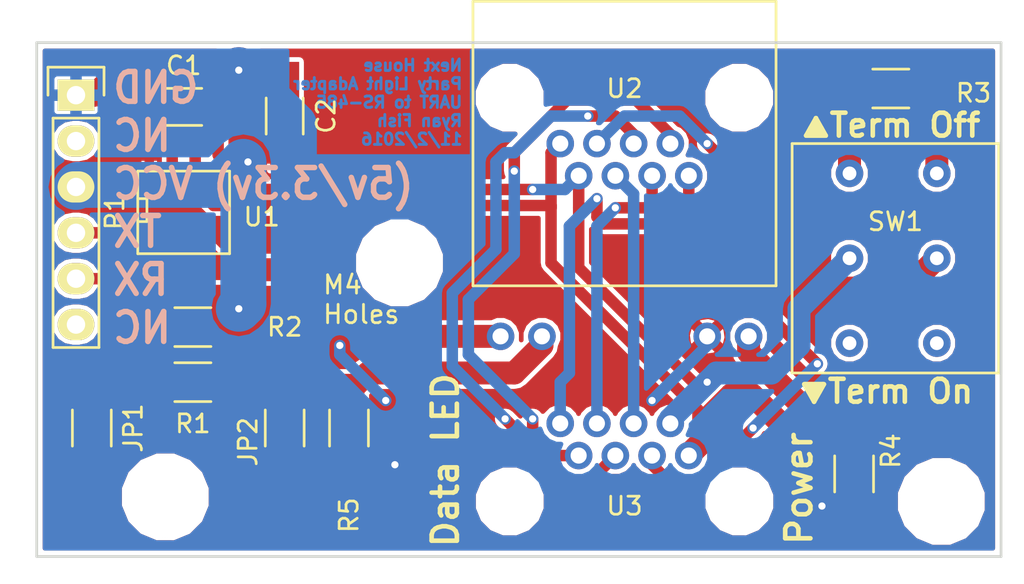
<source format=kicad_pcb>
(kicad_pcb (version 4) (host pcbnew 4.0.1-stable)

  (general
    (links 36)
    (no_connects 0)
    (area 9.201367 9.576999 71.916143 43.921)
    (thickness 1.6)
    (drawings 11)
    (tracks 210)
    (zones 0)
    (modules 17)
    (nets 19)
  )

  (page A4)
  (layers
    (0 F.Cu signal)
    (31 B.Cu signal)
    (32 B.Adhes user hide)
    (33 F.Adhes user hide)
    (34 B.Paste user hide)
    (35 F.Paste user hide)
    (36 B.SilkS user)
    (37 F.SilkS user)
    (38 B.Mask user)
    (39 F.Mask user)
    (40 Dwgs.User user hide)
    (41 Cmts.User user hide)
    (42 Eco1.User user hide)
    (43 Eco2.User user hide)
    (44 Edge.Cuts user)
    (45 Margin user hide)
    (46 B.CrtYd user hide)
    (47 F.CrtYd user hide)
    (48 B.Fab user hide)
    (49 F.Fab user hide)
  )

  (setup
    (last_trace_width 0.254)
    (user_trace_width 0.254)
    (user_trace_width 0.635)
    (user_trace_width 1.27)
    (user_trace_width 2.54)
    (trace_clearance 0.254)
    (zone_clearance 0.254)
    (zone_45_only yes)
    (trace_min 0.2)
    (segment_width 0.2)
    (edge_width 0.15)
    (via_size 0.6)
    (via_drill 0.4)
    (via_min_size 0.4)
    (via_min_drill 0.3)
    (uvia_size 0.3)
    (uvia_drill 0.1)
    (uvias_allowed no)
    (uvia_min_size 0.2)
    (uvia_min_drill 0.1)
    (pcb_text_width 0.3)
    (pcb_text_size 1.5 1.5)
    (mod_edge_width 0.15)
    (mod_text_size 1 1)
    (mod_text_width 0.15)
    (pad_size 1.524 1.524)
    (pad_drill 0.762)
    (pad_to_mask_clearance 0.2)
    (aux_axis_origin 12.192 40.64)
    (grid_origin 12.192 40.64)
    (visible_elements 7FFEFFFF)
    (pcbplotparams
      (layerselection 0x010f0_80000001)
      (usegerberextensions false)
      (excludeedgelayer true)
      (linewidth 0.100000)
      (plotframeref false)
      (viasonmask false)
      (mode 1)
      (useauxorigin true)
      (hpglpennumber 1)
      (hpglpenspeed 20)
      (hpglpendiameter 15)
      (hpglpenoverlay 2)
      (psnegative false)
      (psa4output false)
      (plotreference true)
      (plotvalue false)
      (plotinvisibletext false)
      (padsonsilk false)
      (subtractmaskfromsilk false)
      (outputformat 1)
      (mirror false)
      (drillshape 0)
      (scaleselection 1)
      (outputdirectory ""))
  )

  (net 0 "")
  (net 1 GND)
  (net 2 "Net-(C1-Pad2)")
  (net 3 "Net-(JP1-Pad1)")
  (net 4 "Net-(P1-Pad4)")
  (net 5 "Net-(P1-Pad5)")
  (net 6 "Net-(R3-Pad1)")
  (net 7 "Net-(R3-Pad2)")
  (net 8 "Net-(SW1-Pad2)")
  (net 9 "Net-(SW1-Pad5)")
  (net 10 "Net-(R4-Pad1)")
  (net 11 "Net-(R5-Pad2)")
  (net 12 "Net-(U2-Pad3)")
  (net 13 "Net-(U2-Pad4)")
  (net 14 "Net-(U2-Pad5)")
  (net 15 "Net-(U2-Pad6)")
  (net 16 "Net-(U2-Pad7)")
  (net 17 "Net-(U2-Pad8)")
  (net 18 "Net-(JP2-Pad1)")

  (net_class Default "This is the default net class."
    (clearance 0.254)
    (trace_width 0.254)
    (via_dia 0.6)
    (via_drill 0.4)
    (uvia_dia 0.3)
    (uvia_drill 0.1)
    (add_net GND)
    (add_net "Net-(C1-Pad2)")
    (add_net "Net-(JP1-Pad1)")
    (add_net "Net-(JP2-Pad1)")
    (add_net "Net-(P1-Pad4)")
    (add_net "Net-(P1-Pad5)")
    (add_net "Net-(R3-Pad1)")
    (add_net "Net-(R3-Pad2)")
    (add_net "Net-(R4-Pad1)")
    (add_net "Net-(R5-Pad2)")
    (add_net "Net-(SW1-Pad2)")
    (add_net "Net-(SW1-Pad5)")
    (add_net "Net-(U2-Pad3)")
    (add_net "Net-(U2-Pad4)")
    (add_net "Net-(U2-Pad5)")
    (add_net "Net-(U2-Pad6)")
    (add_net "Net-(U2-Pad7)")
    (add_net "Net-(U2-Pad8)")
  )

  (module Mounting_Holes:MountingHole_4.3mm_M4 (layer F.Cu) (tedit 581FE305) (tstamp 581FE2B8)
    (at 19.304 37.338)
    (descr "Mounting Hole 4.3mm, no annular, M4")
    (tags "mounting hole 4.3mm no annular m4")
    (fp_text reference REF** (at 0 0) (layer F.SilkS) hide
      (effects (font (size 1 1) (thickness 0.15)))
    )
    (fp_text value MountingHole_4.3mm_M4 (at 0 5.3) (layer F.Fab)
      (effects (font (size 1 1) (thickness 0.15)))
    )
    (fp_circle (center 0 0) (end 4.3 0) (layer Cmts.User) (width 0.15))
    (fp_circle (center 0 0) (end 4.55 0) (layer F.CrtYd) (width 0.05))
    (pad 1 np_thru_hole circle (at 0 0) (size 4.3 4.3) (drill 4.3) (layers *.Cu *.Mask))
  )

  (module Mounting_Holes:MountingHole_4.3mm_M4 (layer F.Cu) (tedit 581FE308) (tstamp 581FE297)
    (at 62.23 37.592)
    (descr "Mounting Hole 4.3mm, no annular, M4")
    (tags "mounting hole 4.3mm no annular m4")
    (fp_text reference REF** (at 0 -0.254) (layer F.SilkS) hide
      (effects (font (size 1 1) (thickness 0.15)))
    )
    (fp_text value MountingHole_4.3mm_M4 (at 0 5.3) (layer F.Fab)
      (effects (font (size 1 1) (thickness 0.15)))
    )
    (fp_circle (center 0 0) (end 4.3 0) (layer Cmts.User) (width 0.15))
    (fp_circle (center 0 0) (end 4.55 0) (layer F.CrtYd) (width 0.05))
    (pad 1 np_thru_hole circle (at 0 0) (size 4.3 4.3) (drill 4.3) (layers *.Cu *.Mask))
  )

  (module Capacitors_SMD:C_1206_HandSoldering (layer F.Cu) (tedit 581FDEA0) (tstamp 58117AFB)
    (at 20.32 15.748 180)
    (descr "Capacitor SMD 1206, hand soldering")
    (tags "capacitor 1206")
    (path /57FD317C)
    (attr smd)
    (fp_text reference C1 (at 0 2.286 180) (layer F.SilkS)
      (effects (font (size 1 1) (thickness 0.15)))
    )
    (fp_text value 100nF (at 0 2.3 180) (layer F.Fab)
      (effects (font (size 1 1) (thickness 0.15)))
    )
    (fp_line (start -1.6 0.8) (end -1.6 -0.8) (layer F.Fab) (width 0.15))
    (fp_line (start 1.6 0.8) (end -1.6 0.8) (layer F.Fab) (width 0.15))
    (fp_line (start 1.6 -0.8) (end 1.6 0.8) (layer F.Fab) (width 0.15))
    (fp_line (start -1.6 -0.8) (end 1.6 -0.8) (layer F.Fab) (width 0.15))
    (fp_line (start -3.3 -1.15) (end 3.3 -1.15) (layer F.CrtYd) (width 0.05))
    (fp_line (start -3.3 1.15) (end 3.3 1.15) (layer F.CrtYd) (width 0.05))
    (fp_line (start -3.3 -1.15) (end -3.3 1.15) (layer F.CrtYd) (width 0.05))
    (fp_line (start 3.3 -1.15) (end 3.3 1.15) (layer F.CrtYd) (width 0.05))
    (fp_line (start 1 -1.025) (end -1 -1.025) (layer F.SilkS) (width 0.15))
    (fp_line (start -1 1.025) (end 1 1.025) (layer F.SilkS) (width 0.15))
    (pad 1 smd rect (at -2 0 180) (size 2 1.6) (layers F.Cu F.Paste F.Mask)
      (net 1 GND))
    (pad 2 smd rect (at 2 0 180) (size 2 1.6) (layers F.Cu F.Paste F.Mask)
      (net 2 "Net-(C1-Pad2)"))
    (model Capacitors_SMD.3dshapes/C_1206_HandSoldering.wrl
      (at (xyz 0 0 0))
      (scale (xyz 1 1 1))
      (rotate (xyz 0 0 0))
    )
  )

  (module Capacitors_SMD:C_1206_HandSoldering (layer F.Cu) (tedit 581FDE56) (tstamp 58117B01)
    (at 25.908 16.256 90)
    (descr "Capacitor SMD 1206, hand soldering")
    (tags "capacitor 1206")
    (path /57FD33B7)
    (attr smd)
    (fp_text reference C2 (at 0 2.286 90) (layer F.SilkS)
      (effects (font (size 1 1) (thickness 0.15)))
    )
    (fp_text value 1uF (at 0 2.3 90) (layer F.Fab)
      (effects (font (size 1 1) (thickness 0.15)))
    )
    (fp_line (start -1.6 0.8) (end -1.6 -0.8) (layer F.Fab) (width 0.15))
    (fp_line (start 1.6 0.8) (end -1.6 0.8) (layer F.Fab) (width 0.15))
    (fp_line (start 1.6 -0.8) (end 1.6 0.8) (layer F.Fab) (width 0.15))
    (fp_line (start -1.6 -0.8) (end 1.6 -0.8) (layer F.Fab) (width 0.15))
    (fp_line (start -3.3 -1.15) (end 3.3 -1.15) (layer F.CrtYd) (width 0.05))
    (fp_line (start -3.3 1.15) (end 3.3 1.15) (layer F.CrtYd) (width 0.05))
    (fp_line (start -3.3 -1.15) (end -3.3 1.15) (layer F.CrtYd) (width 0.05))
    (fp_line (start 3.3 -1.15) (end 3.3 1.15) (layer F.CrtYd) (width 0.05))
    (fp_line (start 1 -1.025) (end -1 -1.025) (layer F.SilkS) (width 0.15))
    (fp_line (start -1 1.025) (end 1 1.025) (layer F.SilkS) (width 0.15))
    (pad 1 smd rect (at -2 0 90) (size 2 1.6) (layers F.Cu F.Paste F.Mask)
      (net 2 "Net-(C1-Pad2)"))
    (pad 2 smd rect (at 2 0 90) (size 2 1.6) (layers F.Cu F.Paste F.Mask)
      (net 1 GND))
    (model Capacitors_SMD.3dshapes/C_1206_HandSoldering.wrl
      (at (xyz 0 0 0))
      (scale (xyz 1 1 1))
      (rotate (xyz 0 0 0))
    )
  )

  (module Resistors_SMD:R_1206_HandSoldering (layer F.Cu) (tedit 581FE30B) (tstamp 58117B07)
    (at 15.24 33.528 270)
    (descr "Resistor SMD 1206, hand soldering")
    (tags "resistor 1206")
    (path /57FAC528)
    (attr smd)
    (fp_text reference JP1 (at 0 -2.286 270) (layer F.SilkS)
      (effects (font (size 1 1) (thickness 0.15)))
    )
    (fp_text value Jumper_NO_Small (at 0 2.3 270) (layer F.Fab)
      (effects (font (size 1 1) (thickness 0.15)))
    )
    (fp_line (start -3.3 -1.2) (end 3.3 -1.2) (layer F.CrtYd) (width 0.05))
    (fp_line (start -3.3 1.2) (end 3.3 1.2) (layer F.CrtYd) (width 0.05))
    (fp_line (start -3.3 -1.2) (end -3.3 1.2) (layer F.CrtYd) (width 0.05))
    (fp_line (start 3.3 -1.2) (end 3.3 1.2) (layer F.CrtYd) (width 0.05))
    (fp_line (start 1 1.075) (end -1 1.075) (layer F.SilkS) (width 0.15))
    (fp_line (start -1 -1.075) (end 1 -1.075) (layer F.SilkS) (width 0.15))
    (pad 1 smd rect (at -2 0 270) (size 2 1.7) (layers F.Cu F.Paste F.Mask)
      (net 3 "Net-(JP1-Pad1)"))
    (pad 2 smd rect (at 2 0 270) (size 2 1.7) (layers F.Cu F.Paste F.Mask)
      (net 1 GND))
    (model Resistors_SMD.3dshapes/R_1206_HandSoldering.wrl
      (at (xyz 0 0 0))
      (scale (xyz 1 1 1))
      (rotate (xyz 0 0 0))
    )
  )

  (module Resistors_SMD:R_1206_HandSoldering (layer F.Cu) (tedit 581FE2DD) (tstamp 58117B0D)
    (at 25.908 33.528 270)
    (descr "Resistor SMD 1206, hand soldering")
    (tags "resistor 1206")
    (path /57FAC586)
    (attr smd)
    (fp_text reference JP2 (at 0.762 2.032 270) (layer F.SilkS)
      (effects (font (size 1 1) (thickness 0.15)))
    )
    (fp_text value Jumper_NO_Small (at 0 2.3 270) (layer F.Fab)
      (effects (font (size 1 1) (thickness 0.15)))
    )
    (fp_line (start -3.3 -1.2) (end 3.3 -1.2) (layer F.CrtYd) (width 0.05))
    (fp_line (start -3.3 1.2) (end 3.3 1.2) (layer F.CrtYd) (width 0.05))
    (fp_line (start -3.3 -1.2) (end -3.3 1.2) (layer F.CrtYd) (width 0.05))
    (fp_line (start 3.3 -1.2) (end 3.3 1.2) (layer F.CrtYd) (width 0.05))
    (fp_line (start 1 1.075) (end -1 1.075) (layer F.SilkS) (width 0.15))
    (fp_line (start -1 -1.075) (end 1 -1.075) (layer F.SilkS) (width 0.15))
    (pad 1 smd rect (at -2 0 270) (size 2 1.7) (layers F.Cu F.Paste F.Mask)
      (net 18 "Net-(JP2-Pad1)"))
    (pad 2 smd rect (at 2 0 270) (size 2 1.7) (layers F.Cu F.Paste F.Mask)
      (net 1 GND))
    (model Resistors_SMD.3dshapes/R_1206_HandSoldering.wrl
      (at (xyz 0 0 0))
      (scale (xyz 1 1 1))
      (rotate (xyz 0 0 0))
    )
  )

  (module Pin_Headers:Pin_Header_Straight_1x06 (layer F.Cu) (tedit 581FDEA9) (tstamp 58117B17)
    (at 14.3637 15.1003)
    (descr "Through hole pin header")
    (tags "pin header")
    (path /57FAC168)
    (fp_text reference P1 (at 2.1463 6.4897 90) (layer F.SilkS)
      (effects (font (size 1 1) (thickness 0.15)))
    )
    (fp_text value CONN_01X06 (at 0 -3.1) (layer F.Fab)
      (effects (font (size 1 1) (thickness 0.15)))
    )
    (fp_line (start -1.75 -1.75) (end -1.75 14.45) (layer F.CrtYd) (width 0.05))
    (fp_line (start 1.75 -1.75) (end 1.75 14.45) (layer F.CrtYd) (width 0.05))
    (fp_line (start -1.75 -1.75) (end 1.75 -1.75) (layer F.CrtYd) (width 0.05))
    (fp_line (start -1.75 14.45) (end 1.75 14.45) (layer F.CrtYd) (width 0.05))
    (fp_line (start 1.27 1.27) (end 1.27 13.97) (layer F.SilkS) (width 0.15))
    (fp_line (start 1.27 13.97) (end -1.27 13.97) (layer F.SilkS) (width 0.15))
    (fp_line (start -1.27 13.97) (end -1.27 1.27) (layer F.SilkS) (width 0.15))
    (fp_line (start 1.55 -1.55) (end 1.55 0) (layer F.SilkS) (width 0.15))
    (fp_line (start 1.27 1.27) (end -1.27 1.27) (layer F.SilkS) (width 0.15))
    (fp_line (start -1.55 0) (end -1.55 -1.55) (layer F.SilkS) (width 0.15))
    (fp_line (start -1.55 -1.55) (end 1.55 -1.55) (layer F.SilkS) (width 0.15))
    (pad 1 thru_hole rect (at 0 0) (size 2.032 1.7272) (drill 1.016) (layers *.Cu *.Mask F.SilkS)
      (net 1 GND))
    (pad 2 thru_hole oval (at 0 2.54) (size 2.032 1.7272) (drill 1.016) (layers *.Cu *.Mask F.SilkS))
    (pad 3 thru_hole oval (at 0 5.08) (size 2.032 1.7272) (drill 1.016) (layers *.Cu *.Mask F.SilkS)
      (net 2 "Net-(C1-Pad2)"))
    (pad 4 thru_hole oval (at 0 7.62) (size 2.032 1.7272) (drill 1.016) (layers *.Cu *.Mask F.SilkS)
      (net 4 "Net-(P1-Pad4)"))
    (pad 5 thru_hole oval (at 0 10.16) (size 2.032 1.7272) (drill 1.016) (layers *.Cu *.Mask F.SilkS)
      (net 5 "Net-(P1-Pad5)"))
    (pad 6 thru_hole oval (at 0 12.7) (size 2.032 1.7272) (drill 1.016) (layers *.Cu *.Mask F.SilkS))
    (model Pin_Headers.3dshapes/Pin_Header_Straight_1x06.wrl
      (at (xyz 0 -0.25 0))
      (scale (xyz 1 1 1))
      (rotate (xyz 0 0 90))
    )
  )

  (module Resistors_SMD:R_1206_HandSoldering (layer F.Cu) (tedit 5418A20D) (tstamp 58117B1D)
    (at 20.828 30.988 180)
    (descr "Resistor SMD 1206, hand soldering")
    (tags "resistor 1206")
    (path /57FAC4B5)
    (attr smd)
    (fp_text reference R1 (at 0 -2.3 180) (layer F.SilkS)
      (effects (font (size 1 1) (thickness 0.15)))
    )
    (fp_text value 10k (at 0 2.3 180) (layer F.Fab)
      (effects (font (size 1 1) (thickness 0.15)))
    )
    (fp_line (start -3.3 -1.2) (end 3.3 -1.2) (layer F.CrtYd) (width 0.05))
    (fp_line (start -3.3 1.2) (end 3.3 1.2) (layer F.CrtYd) (width 0.05))
    (fp_line (start -3.3 -1.2) (end -3.3 1.2) (layer F.CrtYd) (width 0.05))
    (fp_line (start 3.3 -1.2) (end 3.3 1.2) (layer F.CrtYd) (width 0.05))
    (fp_line (start 1 1.075) (end -1 1.075) (layer F.SilkS) (width 0.15))
    (fp_line (start -1 -1.075) (end 1 -1.075) (layer F.SilkS) (width 0.15))
    (pad 1 smd rect (at -2 0 180) (size 2 1.7) (layers F.Cu F.Paste F.Mask)
      (net 2 "Net-(C1-Pad2)"))
    (pad 2 smd rect (at 2 0 180) (size 2 1.7) (layers F.Cu F.Paste F.Mask)
      (net 18 "Net-(JP2-Pad1)"))
    (model Resistors_SMD.3dshapes/R_1206_HandSoldering.wrl
      (at (xyz 0 0 0))
      (scale (xyz 1 1 1))
      (rotate (xyz 0 0 0))
    )
  )

  (module Resistors_SMD:R_1206_HandSoldering (layer F.Cu) (tedit 581FDE95) (tstamp 58117B23)
    (at 20.828 27.94 180)
    (descr "Resistor SMD 1206, hand soldering")
    (tags "resistor 1206")
    (path /57FAC47E)
    (attr smd)
    (fp_text reference R2 (at -5.08 0 180) (layer F.SilkS)
      (effects (font (size 1 1) (thickness 0.15)))
    )
    (fp_text value 10k (at 0 2.3 180) (layer F.Fab)
      (effects (font (size 1 1) (thickness 0.15)))
    )
    (fp_line (start -3.3 -1.2) (end 3.3 -1.2) (layer F.CrtYd) (width 0.05))
    (fp_line (start -3.3 1.2) (end 3.3 1.2) (layer F.CrtYd) (width 0.05))
    (fp_line (start -3.3 -1.2) (end -3.3 1.2) (layer F.CrtYd) (width 0.05))
    (fp_line (start 3.3 -1.2) (end 3.3 1.2) (layer F.CrtYd) (width 0.05))
    (fp_line (start 1 1.075) (end -1 1.075) (layer F.SilkS) (width 0.15))
    (fp_line (start -1 -1.075) (end 1 -1.075) (layer F.SilkS) (width 0.15))
    (pad 1 smd rect (at -2 0 180) (size 2 1.7) (layers F.Cu F.Paste F.Mask)
      (net 2 "Net-(C1-Pad2)"))
    (pad 2 smd rect (at 2 0 180) (size 2 1.7) (layers F.Cu F.Paste F.Mask)
      (net 3 "Net-(JP1-Pad1)"))
    (model Resistors_SMD.3dshapes/R_1206_HandSoldering.wrl
      (at (xyz 0 0 0))
      (scale (xyz 1 1 1))
      (rotate (xyz 0 0 0))
    )
  )

  (module Resistors_SMD:R_1206_HandSoldering (layer F.Cu) (tedit 581FDAA1) (tstamp 58117B29)
    (at 59.436 14.732)
    (descr "Resistor SMD 1206, hand soldering")
    (tags "resistor 1206")
    (path /57FD38D1)
    (attr smd)
    (fp_text reference R3 (at 4.572 0.254) (layer F.SilkS)
      (effects (font (size 1 1) (thickness 0.15)))
    )
    (fp_text value 120 (at 0 2.3) (layer F.Fab)
      (effects (font (size 1 1) (thickness 0.15)))
    )
    (fp_line (start -3.3 -1.2) (end 3.3 -1.2) (layer F.CrtYd) (width 0.05))
    (fp_line (start -3.3 1.2) (end 3.3 1.2) (layer F.CrtYd) (width 0.05))
    (fp_line (start -3.3 -1.2) (end -3.3 1.2) (layer F.CrtYd) (width 0.05))
    (fp_line (start 3.3 -1.2) (end 3.3 1.2) (layer F.CrtYd) (width 0.05))
    (fp_line (start 1 1.075) (end -1 1.075) (layer F.SilkS) (width 0.15))
    (fp_line (start -1 -1.075) (end 1 -1.075) (layer F.SilkS) (width 0.15))
    (pad 1 smd rect (at -2 0) (size 2 1.7) (layers F.Cu F.Paste F.Mask)
      (net 6 "Net-(R3-Pad1)"))
    (pad 2 smd rect (at 2 0) (size 2 1.7) (layers F.Cu F.Paste F.Mask)
      (net 7 "Net-(R3-Pad2)"))
    (model Resistors_SMD.3dshapes/R_1206_HandSoldering.wrl
      (at (xyz 0 0 0))
      (scale (xyz 1 1 1))
      (rotate (xyz 0 0 0))
    )
  )

  (module Resistors_SMD:R_1206_HandSoldering (layer F.Cu) (tedit 581FE44B) (tstamp 58117B2F)
    (at 57.404 36.068 270)
    (descr "Resistor SMD 1206, hand soldering")
    (tags "resistor 1206")
    (path /581165CD)
    (attr smd)
    (fp_text reference R4 (at -1.27 -2.032 270) (layer F.SilkS)
      (effects (font (size 1 1) (thickness 0.15)))
    )
    (fp_text value 1k (at 0 2.3 270) (layer F.Fab)
      (effects (font (size 1 1) (thickness 0.15)))
    )
    (fp_line (start -3.3 -1.2) (end 3.3 -1.2) (layer F.CrtYd) (width 0.05))
    (fp_line (start -3.3 1.2) (end 3.3 1.2) (layer F.CrtYd) (width 0.05))
    (fp_line (start -3.3 -1.2) (end -3.3 1.2) (layer F.CrtYd) (width 0.05))
    (fp_line (start 3.3 -1.2) (end 3.3 1.2) (layer F.CrtYd) (width 0.05))
    (fp_line (start 1 1.075) (end -1 1.075) (layer F.SilkS) (width 0.15))
    (fp_line (start -1 -1.075) (end 1 -1.075) (layer F.SilkS) (width 0.15))
    (pad 1 smd rect (at -2 0 270) (size 2 1.7) (layers F.Cu F.Paste F.Mask)
      (net 10 "Net-(R4-Pad1)"))
    (pad 2 smd rect (at 2 0 270) (size 2 1.7) (layers F.Cu F.Paste F.Mask)
      (net 1 GND))
    (model Resistors_SMD.3dshapes/R_1206_HandSoldering.wrl
      (at (xyz 0 0 0))
      (scale (xyz 1 1 1))
      (rotate (xyz 0 0 0))
    )
  )

  (module Resistors_SMD:R_1206_HandSoldering (layer F.Cu) (tedit 581FDE8D) (tstamp 58117B35)
    (at 29.464 33.528 90)
    (descr "Resistor SMD 1206, hand soldering")
    (tags "resistor 1206")
    (path /580D8CBD)
    (attr smd)
    (fp_text reference R5 (at -4.826 0 90) (layer F.SilkS)
      (effects (font (size 1 1) (thickness 0.15)))
    )
    (fp_text value 1k (at 0 2.3 90) (layer F.Fab)
      (effects (font (size 1 1) (thickness 0.15)))
    )
    (fp_line (start -3.3 -1.2) (end 3.3 -1.2) (layer F.CrtYd) (width 0.05))
    (fp_line (start -3.3 1.2) (end 3.3 1.2) (layer F.CrtYd) (width 0.05))
    (fp_line (start -3.3 -1.2) (end -3.3 1.2) (layer F.CrtYd) (width 0.05))
    (fp_line (start 3.3 -1.2) (end 3.3 1.2) (layer F.CrtYd) (width 0.05))
    (fp_line (start 1 1.075) (end -1 1.075) (layer F.SilkS) (width 0.15))
    (fp_line (start -1 -1.075) (end 1 -1.075) (layer F.SilkS) (width 0.15))
    (pad 1 smd rect (at -2 0 90) (size 2 1.7) (layers F.Cu F.Paste F.Mask)
      (net 1 GND))
    (pad 2 smd rect (at 2 0 90) (size 2 1.7) (layers F.Cu F.Paste F.Mask)
      (net 11 "Net-(R5-Pad2)"))
    (model Resistors_SMD.3dshapes/R_1206_HandSoldering.wrl
      (at (xyz 0 0 0))
      (scale (xyz 1 1 1))
      (rotate (xyz 0 0 0))
    )
  )

  (module SMD_Packages:SOIC-8-N (layer F.Cu) (tedit 581FDE9D) (tstamp 58117B4B)
    (at 20.32 21.59)
    (descr "Module Narrow CMS SOJ 8 pins large")
    (tags "CMS SOJ")
    (path /57FAC3BD)
    (attr smd)
    (fp_text reference U1 (at 4.318 0.254) (layer F.SilkS)
      (effects (font (size 1 1) (thickness 0.15)))
    )
    (fp_text value SN65HVD3082ED (at 0 1.27) (layer F.Fab)
      (effects (font (size 1 1) (thickness 0.15)))
    )
    (fp_line (start -2.54 -2.286) (end 2.54 -2.286) (layer F.SilkS) (width 0.15))
    (fp_line (start 2.54 -2.286) (end 2.54 2.286) (layer F.SilkS) (width 0.15))
    (fp_line (start 2.54 2.286) (end -2.54 2.286) (layer F.SilkS) (width 0.15))
    (fp_line (start -2.54 2.286) (end -2.54 -2.286) (layer F.SilkS) (width 0.15))
    (fp_line (start -2.54 -0.762) (end -2.032 -0.762) (layer F.SilkS) (width 0.15))
    (fp_line (start -2.032 -0.762) (end -2.032 0.508) (layer F.SilkS) (width 0.15))
    (fp_line (start -2.032 0.508) (end -2.54 0.508) (layer F.SilkS) (width 0.15))
    (pad 8 smd rect (at -1.905 -3.175) (size 0.508 1.143) (layers F.Cu F.Paste F.Mask)
      (net 2 "Net-(C1-Pad2)"))
    (pad 7 smd rect (at -0.635 -3.175) (size 0.508 1.143) (layers F.Cu F.Paste F.Mask)
      (net 9 "Net-(SW1-Pad5)"))
    (pad 6 smd rect (at 0.635 -3.175) (size 0.508 1.143) (layers F.Cu F.Paste F.Mask)
      (net 8 "Net-(SW1-Pad2)"))
    (pad 5 smd rect (at 1.905 -3.175) (size 0.508 1.143) (layers F.Cu F.Paste F.Mask)
      (net 1 GND))
    (pad 4 smd rect (at 1.905 3.175) (size 0.508 1.143) (layers F.Cu F.Paste F.Mask)
      (net 4 "Net-(P1-Pad4)"))
    (pad 3 smd rect (at 0.635 3.175) (size 0.508 1.143) (layers F.Cu F.Paste F.Mask)
      (net 18 "Net-(JP2-Pad1)"))
    (pad 2 smd rect (at -0.635 3.175) (size 0.508 1.143) (layers F.Cu F.Paste F.Mask)
      (net 3 "Net-(JP1-Pad1)"))
    (pad 1 smd rect (at -1.905 3.175) (size 0.508 1.143) (layers F.Cu F.Paste F.Mask)
      (net 5 "Net-(P1-Pad5)"))
    (model SMD_Packages.3dshapes/SOIC-8-N.wrl
      (at (xyz 0 0 0))
      (scale (xyz 0.5 0.38 0.5))
      (rotate (xyz 0 0 0))
    )
  )

  (module Custom_Footprints:ETH-AMPHENOL-2LED (layer F.Cu) (tedit 581FDE4C) (tstamp 58117C9D)
    (at 41.148 37.592)
    (path /58116925)
    (fp_text reference U3 (at 3.556 0.254) (layer F.SilkS)
      (effects (font (size 1 1) (thickness 0.15)))
    )
    (fp_text value ETH-JACK-2LED (at 3.302 2.921) (layer F.Fab)
      (effects (font (size 1 1) (thickness 0.15)))
    )
    (pad "" np_thru_hole circle (at -2.79 0) (size 3.25 3.25) (drill 3.25) (layers *.Cu *.Mask))
    (pad 1 thru_hole circle (at 7.11 -2.54) (size 1.524 1.524) (drill 0.89) (layers *.Cu *.Mask)
      (net 9 "Net-(SW1-Pad5)"))
    (pad 2 thru_hole circle (at 6.09 -4.32) (size 1.524 1.524) (drill 0.89) (layers *.Cu *.Mask)
      (net 8 "Net-(SW1-Pad2)"))
    (pad 3 thru_hole circle (at 5.08 -2.54) (size 1.524 1.524) (drill 0.89) (layers *.Cu *.Mask)
      (net 12 "Net-(U2-Pad3)"))
    (pad 4 thru_hole circle (at 4.06 -4.32) (size 1.524 1.524) (drill 0.89) (layers *.Cu *.Mask)
      (net 13 "Net-(U2-Pad4)"))
    (pad 5 thru_hole circle (at 3.05 -2.54) (size 1.524 1.524) (drill 0.89) (layers *.Cu *.Mask)
      (net 14 "Net-(U2-Pad5)"))
    (pad 6 thru_hole circle (at 2.03 -4.32) (size 1.524 1.524) (drill 0.89) (layers *.Cu *.Mask)
      (net 15 "Net-(U2-Pad6)"))
    (pad 7 thru_hole circle (at 1.02 -2.54) (size 1.524 1.524) (drill 0.89) (layers *.Cu *.Mask)
      (net 16 "Net-(U2-Pad7)"))
    (pad 8 thru_hole circle (at 0 -4.32) (size 1.524 1.524) (drill 0.89) (layers *.Cu *.Mask)
      (net 17 "Net-(U2-Pad8)"))
    (pad "" np_thru_hole circle (at 9.91 0) (size 3.25 3.25) (drill 3.25) (layers *.Cu *.Mask))
    (pad 9 thru_hole circle (at 10.42 -9.14) (size 1.524 1.524) (drill 0.89) (layers *.Cu *.Mask)
      (net 10 "Net-(R4-Pad1)"))
    (pad 10 thru_hole circle (at 8.13 -9.14) (size 1.524 1.524) (drill 0.89) (layers *.Cu *.Mask)
      (net 2 "Net-(C1-Pad2)"))
    (pad 11 thru_hole circle (at -1.01 -9.14) (size 1.524 1.524) (drill 0.89) (layers *.Cu *.Mask)
      (net 11 "Net-(R5-Pad2)"))
    (pad 12 thru_hole circle (at -3.3 -9.14) (size 1.524 1.524) (drill 0.89) (layers *.Cu *.Mask)
      (net 4 "Net-(P1-Pad4)"))
  )

  (module Custom_Footprints:ETH-AMPHENOL (layer F.Cu) (tedit 581FDE51) (tstamp 58117C8B)
    (at 48.26 15.24 180)
    (path /57FD1E17)
    (fp_text reference U2 (at 3.556 0.508 180) (layer F.SilkS)
      (effects (font (size 1 1) (thickness 0.15)))
    )
    (fp_text value ETH-JACK (at 3.302 2.921 180) (layer F.Fab)
      (effects (font (size 1 1) (thickness 0.15)))
    )
    (fp_line (start -4.826 5.334) (end 11.938 5.334) (layer F.SilkS) (width 0.15))
    (fp_line (start 11.938 5.334) (end 11.938 -10.414) (layer F.SilkS) (width 0.15))
    (fp_line (start 11.938 -10.414) (end -4.826 -10.414) (layer F.SilkS) (width 0.15))
    (fp_line (start -4.826 -10.414) (end -4.826 5.334) (layer F.SilkS) (width 0.15))
    (pad "" np_thru_hole circle (at -2.79 0 180) (size 3.25 3.25) (drill 3.25) (layers *.Cu *.Mask))
    (pad 1 thru_hole circle (at 7.11 -2.54 180) (size 1.524 1.524) (drill 0.89) (layers *.Cu *.Mask)
      (net 9 "Net-(SW1-Pad5)"))
    (pad 2 thru_hole circle (at 6.09 -4.32 180) (size 1.524 1.524) (drill 0.89) (layers *.Cu *.Mask)
      (net 8 "Net-(SW1-Pad2)"))
    (pad 3 thru_hole circle (at 5.08 -2.54 180) (size 1.524 1.524) (drill 0.89) (layers *.Cu *.Mask)
      (net 12 "Net-(U2-Pad3)"))
    (pad 4 thru_hole circle (at 4.06 -4.32 180) (size 1.524 1.524) (drill 0.89) (layers *.Cu *.Mask)
      (net 13 "Net-(U2-Pad4)"))
    (pad 5 thru_hole circle (at 3.05 -2.54 180) (size 1.524 1.524) (drill 0.89) (layers *.Cu *.Mask)
      (net 14 "Net-(U2-Pad5)"))
    (pad 6 thru_hole circle (at 2.03 -4.32 180) (size 1.524 1.524) (drill 0.89) (layers *.Cu *.Mask)
      (net 15 "Net-(U2-Pad6)"))
    (pad 7 thru_hole circle (at 1.02 -2.54 180) (size 1.524 1.524) (drill 0.89) (layers *.Cu *.Mask)
      (net 16 "Net-(U2-Pad7)"))
    (pad 8 thru_hole circle (at 0 -4.32 180) (size 1.524 1.524) (drill 0.89) (layers *.Cu *.Mask)
      (net 17 "Net-(U2-Pad8)"))
    (pad "" np_thru_hole circle (at 9.91 0 180) (size 3.25 3.25) (drill 3.25) (layers *.Cu *.Mask))
  )

  (module Custom_Footprints:DPDT-MS-100738 (layer F.Cu) (tedit 581FDADF) (tstamp 58117B3F)
    (at 57.15 24.13)
    (path /58117B46)
    (fp_text reference SW1 (at 2.54 -2.032) (layer F.SilkS)
      (effects (font (size 1 1) (thickness 0.15)))
    )
    (fp_text value DPDT (at 2.794 -2.286) (layer F.Fab)
      (effects (font (size 1 1) (thickness 0.15)))
    )
    (fp_line (start -3.175 -6.35) (end 8.255 -6.35) (layer F.SilkS) (width 0.15))
    (fp_line (start 8.255 -6.35) (end 8.255 6.35) (layer F.SilkS) (width 0.15))
    (fp_line (start -3.175 -6.35) (end -3.175 6.35) (layer F.SilkS) (width 0.15))
    (fp_line (start 8.255 6.35) (end -3.175 6.35) (layer F.SilkS) (width 0.15))
    (pad 1 thru_hole circle (at 0 -4.7) (size 1.524 1.524) (drill 0.762) (layers *.Cu *.Mask)
      (net 6 "Net-(R3-Pad1)"))
    (pad 2 thru_hole circle (at 0 0) (size 1.524 1.524) (drill 0.762) (layers *.Cu *.Mask)
      (net 8 "Net-(SW1-Pad2)"))
    (pad 3 thru_hole circle (at 0 4.7) (size 1.524 1.524) (drill 0.762) (layers *.Cu *.Mask))
    (pad 6 thru_hole circle (at 4.83 4.7) (size 1.524 1.524) (drill 0.762) (layers *.Cu *.Mask))
    (pad 5 thru_hole circle (at 4.83 0) (size 1.524 1.524) (drill 0.762) (layers *.Cu *.Mask)
      (net 9 "Net-(SW1-Pad5)"))
    (pad 4 thru_hole circle (at 4.83 -4.7) (size 1.524 1.524) (drill 0.762) (layers *.Cu *.Mask)
      (net 7 "Net-(R3-Pad2)"))
  )

  (module Mounting_Holes:MountingHole_4.3mm_M4 (layer F.Cu) (tedit 581FE302) (tstamp 581FF3A5)
    (at 32.258 24.384)
    (descr "Mounting Hole 4.3mm, no annular, M4")
    (tags "mounting hole 4.3mm no annular m4")
    (fp_text reference REF** (at 0 -0.254) (layer F.SilkS) hide
      (effects (font (size 1 1) (thickness 0.15)))
    )
    (fp_text value MountingHole_4.3mm_M4 (at 0 5.3) (layer F.Fab)
      (effects (font (size 1 1) (thickness 0.15)))
    )
    (fp_circle (center 0 0) (end 4.3 0) (layer Cmts.User) (width 0.15))
    (fp_circle (center 0 0) (end 4.55 0) (layer F.CrtYd) (width 0.05))
    (pad 1 np_thru_hole circle (at 0 0) (size 4.3 4.3) (drill 4.3) (layers *.Cu *.Mask))
  )

  (gr_text Power (at 54.356 40.132 90) (layer F.SilkS)
    (effects (font (size 1.397 1.397) (thickness 0.254)) (justify left))
  )
  (gr_text "Data LED" (at 34.798 35.306 90) (layer F.SilkS)
    (effects (font (size 1.397 1.397) (thickness 0.254)))
  )
  (gr_text "M4\nHoles" (at 27.94 26.416) (layer F.SilkS)
    (effects (font (size 1.016 1.016) (thickness 0.1524)) (justify left))
  )
  (gr_text "GND\nNC\n(5v/3.3v) VCC\nTX\nRX\nNC" (at 16.256 21.336) (layer B.SilkS)
    (effects (font (size 1.651 1.524) (thickness 0.3048)) (justify right mirror))
  )
  (gr_text "▼Term On" (at 59.182 31.496) (layer F.SilkS)
    (effects (font (size 1.27 1.27) (thickness 0.254)))
  )
  (gr_text "▲Term Off" (at 59.436 16.764) (layer F.SilkS)
    (effects (font (size 1.27 1.27) (thickness 0.254)))
  )
  (gr_text "Next House\nParty Light Adapter\nUART to RS-485\nRyan Fish\n11/2/2016" (at 35.814 15.494) (layer B.Cu)
    (effects (font (size 0.635 0.635) (thickness 0.15875)) (justify left mirror))
  )
  (gr_line (start 12.192 40.64) (end 12.192 12.192) (angle 90) (layer Edge.Cuts) (width 0.15))
  (gr_line (start 65.532 40.64) (end 12.192 40.64) (angle 90) (layer Edge.Cuts) (width 0.15))
  (gr_line (start 65.532 12.192) (end 65.532 40.64) (angle 90) (layer Edge.Cuts) (width 0.15))
  (gr_line (start 12.192 12.192) (end 65.532 12.192) (angle 90) (layer Edge.Cuts) (width 0.15))

  (segment (start 25.908 35.528) (end 24.923498 35.528) (width 1.27) (layer F.Cu) (net 1))
  (segment (start 17.049498 33.718502) (end 15.24 35.528) (width 1.27) (layer F.Cu) (net 1) (tstamp 581FF3AF))
  (segment (start 23.114 33.718502) (end 17.049498 33.718502) (width 1.27) (layer F.Cu) (net 1) (tstamp 581FF3AE))
  (segment (start 24.923498 35.528) (end 23.114 33.718502) (width 1.27) (layer F.Cu) (net 1) (tstamp 581FF3AD))
  (segment (start 55.626 37.846) (end 55.626 36.83) (width 1.27) (layer B.Cu) (net 1))
  (segment (start 41.656 37.084) (end 39.116 34.544) (width 1.27) (layer B.Cu) (net 1) (tstamp 581A2CBA))
  (segment (start 39.116 34.544) (end 37.592 34.544) (width 1.27) (layer B.Cu) (net 1) (tstamp 581A2CBB))
  (segment (start 48.26 37.084) (end 50.292 35.052) (width 0.635) (layer B.Cu) (net 1))
  (segment (start 53.848 35.052) (end 50.292 35.052) (width 1.27) (layer B.Cu) (net 1) (tstamp 581A2CB1))
  (segment (start 37.592 34.544) (end 36.576 35.56) (width 1.27) (layer B.Cu) (net 1))
  (segment (start 32.004 35.56) (end 36.576 35.56) (width 1.27) (layer B.Cu) (net 1))
  (segment (start 48.26 37.084) (end 41.656 37.084) (width 1.27) (layer B.Cu) (net 1))
  (segment (start 55.848 38.068) (end 55.626 37.846) (width 1.27) (layer F.Cu) (net 1) (tstamp 581FE9DF))
  (via (at 55.626 37.846) (size 0.6) (drill 0.4) (layers F.Cu B.Cu) (net 1))
  (segment (start 55.848 38.068) (end 57.404 38.068) (width 1.27) (layer F.Cu) (net 1))
  (segment (start 55.626 36.83) (end 53.848 35.052) (width 1.27) (layer B.Cu) (net 1) (tstamp 581FE9E8))
  (segment (start 32.004 35.56) (end 30.988 35.56) (width 2.54) (layer B.Cu) (net 1))
  (segment (start 22.32 14.764) (end 22.32 15.748) (width 2.54) (layer F.Cu) (net 1) (tstamp 581A2CC3))
  (segment (start 23.368 13.716) (end 22.32 14.764) (width 2.54) (layer F.Cu) (net 1) (tstamp 581A2CC2))
  (via (at 23.368 13.716) (size 0.6) (drill 0.4) (layers F.Cu B.Cu) (net 1))
  (segment (start 26.416 16.764) (end 23.368 13.716) (width 2.54) (layer B.Cu) (net 1) (tstamp 581A2CC0))
  (segment (start 26.416 30.988) (end 26.416 16.764) (width 2.54) (layer B.Cu) (net 1) (tstamp 581A2CBF))
  (segment (start 30.988 35.56) (end 26.416 30.988) (width 2.54) (layer B.Cu) (net 1) (tstamp 581A2CBE))
  (via (at 32.004 35.56) (size 0.6) (drill 0.4) (layers F.Cu B.Cu) (net 1))
  (segment (start 29.496 35.56) (end 32.004 35.56) (width 1.27) (layer F.Cu) (net 1) (tstamp 581A2C90))
  (segment (start 29.464 35.528) (end 29.496 35.56) (width 1.27) (layer F.Cu) (net 1))
  (segment (start 25.908 35.528) (end 29.464 35.528) (width 1.27) (layer F.Cu) (net 1))
  (segment (start 22.32 15.748) (end 24.416 15.748) (width 1.27) (layer F.Cu) (net 1))
  (segment (start 24.416 15.748) (end 25.908 14.256) (width 1.27) (layer F.Cu) (net 1) (tstamp 581A2C22))
  (segment (start 22.225 18.415) (end 22.225 15.843) (width 0.635) (layer F.Cu) (net 1))
  (segment (start 22.225 15.843) (end 22.32 15.748) (width 0.635) (layer F.Cu) (net 1) (tstamp 581A2BEA))
  (segment (start 14.3637 15.1003) (end 15.3797 15.1003) (width 1.27) (layer F.Cu) (net 1))
  (segment (start 15.3797 15.1003) (end 16.764 13.716) (width 1.27) (layer F.Cu) (net 1) (tstamp 581A2BDE))
  (segment (start 20.288 13.716) (end 22.32 15.748) (width 1.27) (layer F.Cu) (net 1) (tstamp 581A2BE0))
  (segment (start 16.764 13.716) (end 20.288 13.716) (width 1.27) (layer F.Cu) (net 1) (tstamp 581A2BDF))
  (segment (start 14.3637 20.1803) (end 14.478 20.066) (width 2.54) (layer B.Cu) (net 2))
  (segment (start 14.478 20.066) (end 22.351998 20.066) (width 2.54) (layer B.Cu) (net 2) (tstamp 581A2DCD))
  (segment (start 22.351998 20.066) (end 23.621998 18.796) (width 2.54) (layer B.Cu) (net 2) (tstamp 581A2DCE))
  (segment (start 49.278 28.452) (end 49.278 28.954) (width 0.635) (layer B.Cu) (net 2))
  (segment (start 49.278 28.954) (end 46.228 32.004) (width 0.635) (layer B.Cu) (net 2) (tstamp 581A2D24))
  (via (at 46.228 32.004) (size 0.6) (drill 0.4) (layers F.Cu B.Cu) (net 2))
  (segment (start 46.228 32.004) (end 46.361381 31.870619) (width 0.635) (layer F.Cu) (net 2) (tstamp 581A2D26))
  (segment (start 46.361381 31.870619) (end 46.361381 31.362619) (width 0.635) (layer F.Cu) (net 2) (tstamp 581A2D27))
  (segment (start 46.361381 31.362619) (end 44.970762 29.972) (width 0.635) (layer F.Cu) (net 2) (tstamp 581A2D28))
  (segment (start 44.970762 29.972) (end 41.148 29.972) (width 0.635) (layer F.Cu) (net 2) (tstamp 581A2D29))
  (segment (start 41.148 29.972) (end 39.433498 31.686502) (width 0.635) (layer F.Cu) (net 2) (tstamp 581A2D2A))
  (segment (start 26.924 26.924) (end 23.368 26.924) (width 0.635) (layer F.Cu) (net 2) (tstamp 581A2D1B))
  (segment (start 28.956 28.956) (end 26.924 26.924) (width 0.635) (layer F.Cu) (net 2) (tstamp 581A2D1A))
  (via (at 28.956 28.956) (size 0.6) (drill 0.4) (layers F.Cu B.Cu) (net 2))
  (segment (start 28.956 29.464) (end 28.956 28.956) (width 0.635) (layer B.Cu) (net 2) (tstamp 581A2D18))
  (segment (start 31.496 32.004) (end 28.956 29.464) (width 0.635) (layer B.Cu) (net 2) (tstamp 581A2D17))
  (via (at 31.496 32.004) (size 0.6) (drill 0.4) (layers F.Cu B.Cu) (net 2))
  (segment (start 31.813498 31.686502) (end 31.496 32.004) (width 0.635) (layer F.Cu) (net 2) (tstamp 581A2D15))
  (segment (start 39.433498 31.686502) (end 31.813498 31.686502) (width 0.635) (layer F.Cu) (net 2) (tstamp 581A2D14))
  (segment (start 25.908 18.256) (end 24.416 18.256) (width 1.27) (layer F.Cu) (net 2))
  (via (at 23.368 26.924) (size 0.6) (drill 0.4) (layers F.Cu B.Cu) (net 2))
  (segment (start 23.368 26.924) (end 23.621998 26.670002) (width 2.54) (layer B.Cu) (net 2) (tstamp 581A2CC8))
  (segment (start 23.621998 26.670002) (end 23.621998 18.796) (width 2.54) (layer B.Cu) (net 2) (tstamp 581A2CC9))
  (segment (start 23.368 26.924) (end 22.828 27.464) (width 2.54) (layer F.Cu) (net 2) (tstamp 581A2CC6))
  (segment (start 23.876 18.796) (end 23.621998 18.796) (width 1.27) (layer B.Cu) (net 2) (tstamp 581A2CCF))
  (via (at 23.876 18.796) (size 0.6) (drill 0.4) (layers F.Cu B.Cu) (net 2))
  (segment (start 24.416 18.256) (end 23.876 18.796) (width 1.27) (layer F.Cu) (net 2) (tstamp 581A2CCD))
  (segment (start 22.828 27.94) (end 22.828 27.464) (width 2.54) (layer F.Cu) (net 2))
  (segment (start 22.828 27.94) (end 22.828 30.988) (width 0.635) (layer F.Cu) (net 2))
  (segment (start 18.415 18.415) (end 18.415 15.843) (width 0.635) (layer F.Cu) (net 2))
  (segment (start 18.415 15.843) (end 18.32 15.748) (width 0.635) (layer F.Cu) (net 2) (tstamp 581A2BE7))
  (segment (start 14.3637 20.1803) (end 15.3797 20.1803) (width 1.27) (layer F.Cu) (net 2))
  (segment (start 15.3797 20.1803) (end 18.32 17.24) (width 1.27) (layer F.Cu) (net 2) (tstamp 581A2BE3))
  (segment (start 18.32 17.24) (end 18.32 15.748) (width 1.27) (layer F.Cu) (net 2) (tstamp 581A2BE4))
  (segment (start 18.828 27.94) (end 15.24 31.528) (width 0.635) (layer F.Cu) (net 3))
  (segment (start 15.78 30.988) (end 15.24 31.528) (width 0.635) (layer F.Cu) (net 3) (tstamp 581A2C2E))
  (segment (start 19.685 24.765) (end 19.685 27.083) (width 0.635) (layer F.Cu) (net 3))
  (segment (start 19.685 27.083) (end 18.828 27.94) (width 0.635) (layer F.Cu) (net 3) (tstamp 581A2C28))
  (segment (start 28.956 26.416) (end 30.992 28.452) (width 1.27) (layer F.Cu) (net 4))
  (segment (start 27.305 24.765) (end 28.956 26.416) (width 1.27) (layer F.Cu) (net 4))
  (segment (start 30.992 28.452) (end 37.848 28.452) (width 1.27) (layer F.Cu) (net 4) (tstamp 581A2D5B))
  (segment (start 27.305 24.765) (end 24.257 24.765) (width 1.27) (layer F.Cu) (net 4))
  (segment (start 22.225 24.765) (end 27.305 24.765) (width 0.635) (layer F.Cu) (net 4))
  (segment (start 14.3637 22.7203) (end 16.1163 22.7203) (width 0.635) (layer F.Cu) (net 4))
  (segment (start 21.336 23.368) (end 22.225 24.257) (width 0.635) (layer F.Cu) (net 4) (tstamp 581A2C60))
  (segment (start 16.764 23.368) (end 21.336 23.368) (width 0.635) (layer F.Cu) (net 4) (tstamp 581A2C5F))
  (segment (start 16.1163 22.7203) (end 16.764 23.368) (width 0.635) (layer F.Cu) (net 4) (tstamp 581A2C5E))
  (segment (start 22.225 24.257) (end 22.225 24.765) (width 0.635) (layer F.Cu) (net 4) (tstamp 581A2C61))
  (segment (start 14.3637 25.2603) (end 17.9197 25.2603) (width 0.635) (layer F.Cu) (net 5))
  (segment (start 17.9197 25.2603) (end 18.415 24.765) (width 0.635) (layer F.Cu) (net 5) (tstamp 581A2C25))
  (segment (start 57.15 19.43) (end 57.15 15.018) (width 1.27) (layer F.Cu) (net 6))
  (segment (start 57.15 15.018) (end 57.436 14.732) (width 1.27) (layer F.Cu) (net 6) (tstamp 581A2C43))
  (segment (start 61.98 19.43) (end 61.98 15.276) (width 1.27) (layer F.Cu) (net 7))
  (segment (start 61.98 15.276) (end 61.436 14.732) (width 1.27) (layer F.Cu) (net 7) (tstamp 581FE8BA))
  (segment (start 42.17 24.656762) (end 48.634619 31.121381) (width 0.635) (layer F.Cu) (net 8))
  (segment (start 42.17 21.33) (end 42.17 24.656762) (width 0.635) (layer F.Cu) (net 8) (tstamp 581A2D01))
  (segment (start 42.17 19.56) (end 42.17 21.33) (width 0.635) (layer F.Cu) (net 8))
  (via (at 49.276 30.988) (size 0.6) (drill 0.4) (layers F.Cu B.Cu) (net 8))
  (segment (start 49.142619 31.121381) (end 49.276 30.988) (width 0.635) (layer F.Cu) (net 8) (tstamp 581A2D83))
  (segment (start 48.634619 31.121381) (end 49.142619 31.121381) (width 0.635) (layer F.Cu) (net 8) (tstamp 581A2D82))
  (segment (start 47.238 33.272) (end 47.238 33.026) (width 1.27) (layer B.Cu) (net 8))
  (segment (start 47.238 33.026) (end 49.276 30.988) (width 1.27) (layer B.Cu) (net 8) (tstamp 581A2D7D))
  (segment (start 49.276 30.988) (end 49.784 30.48) (width 1.27) (layer B.Cu) (net 8) (tstamp 581A2D87))
  (segment (start 54.356 28.956) (end 54.356 26.924) (width 1.27) (layer B.Cu) (net 8) (tstamp 581A2C6C))
  (segment (start 54.356 26.924) (end 57.15 24.13) (width 1.27) (layer B.Cu) (net 8) (tstamp 581A2C6D))
  (segment (start 52.832 30.48) (end 54.356 28.956) (width 1.27) (layer B.Cu) (net 8) (tstamp 581A2D7F))
  (segment (start 49.784 30.48) (end 52.832 30.48) (width 1.27) (layer B.Cu) (net 8) (tstamp 581A2D7E))
  (segment (start 20.955 18.415) (end 20.955 18.923) (width 0.635) (layer F.Cu) (net 8))
  (segment (start 20.955 18.923) (end 22.352 20.32) (width 0.635) (layer F.Cu) (net 8) (tstamp 581A2D48))
  (segment (start 22.352 20.32) (end 39.624 20.32) (width 0.635) (layer F.Cu) (net 8) (tstamp 581A2D49))
  (via (at 39.624 20.32) (size 0.6) (drill 0.4) (layers F.Cu B.Cu) (net 8))
  (segment (start 39.624 20.32) (end 41.41 20.32) (width 0.635) (layer B.Cu) (net 8) (tstamp 581A2D4C))
  (segment (start 41.41 20.32) (end 42.17 19.56) (width 0.635) (layer B.Cu) (net 8) (tstamp 581A2D4D))
  (segment (start 50.612368 31.683632) (end 51.749632 31.683632) (width 1.27) (layer F.Cu) (net 9))
  (segment (start 49.276 34.036) (end 49.276 33.02) (width 1.27) (layer F.Cu) (net 9) (tstamp 581A2D8B))
  (segment (start 49.276 33.02) (end 50.612368 31.683632) (width 1.27) (layer F.Cu) (net 9) (tstamp 581A2D8C))
  (segment (start 48.26 35.052) (end 49.276 34.036) (width 1.27) (layer F.Cu) (net 9) (tstamp 581A2D8A))
  (segment (start 59.944 34.798) (end 58.674 36.068) (width 1.27) (layer F.Cu) (net 9) (tstamp 581FE9CD))
  (segment (start 58.674 36.068) (end 56.134 36.068) (width 1.27) (layer F.Cu) (net 9) (tstamp 581FE9CE))
  (segment (start 56.134 36.068) (end 51.749632 31.683632) (width 1.27) (layer F.Cu) (net 9) (tstamp 581FE9CF))
  (segment (start 59.944 34.036) (end 59.944 26.166) (width 1.27) (layer F.Cu) (net 9) (tstamp 581A2C4F))
  (segment (start 59.944 26.166) (end 61.98 24.13) (width 1.27) (layer F.Cu) (net 9) (tstamp 581A2C50))
  (segment (start 59.944 34.036) (end 59.944 34.798) (width 1.27) (layer F.Cu) (net 9))
  (segment (start 48.258 35.052) (end 48.26 35.052) (width 1.27) (layer F.Cu) (net 9))
  (segment (start 19.685 18.415) (end 19.685 18.910238) (width 0.635) (layer F.Cu) (net 9))
  (segment (start 19.685 18.910238) (end 21.983764 21.209002) (width 0.635) (layer F.Cu) (net 9) (tstamp 581A2D50))
  (segment (start 21.983764 21.209002) (end 40.64 21.209002) (width 0.635) (layer F.Cu) (net 9) (tstamp 581A2D51))
  (segment (start 40.64 21.209002) (end 40.64 21.336) (width 0.635) (layer F.Cu) (net 9) (tstamp 581A2D52))
  (segment (start 48.258 35.052) (end 48.258 34.546) (width 0.635) (layer F.Cu) (net 9))
  (segment (start 48.258 34.546) (end 48.768 34.036) (width 0.635) (layer F.Cu) (net 9) (tstamp 581A2CF2))
  (segment (start 40.64 24.384) (end 40.64 21.336) (width 0.635) (layer F.Cu) (net 9) (tstamp 581A2CF5))
  (segment (start 40.64 21.336) (end 40.64 18.29) (width 0.635) (layer F.Cu) (net 9) (tstamp 581A2D55))
  (segment (start 48.768 32.512) (end 40.64 24.384) (width 0.635) (layer F.Cu) (net 9) (tstamp 581A2CF4))
  (segment (start 48.768 34.036) (end 48.768 32.512) (width 0.635) (layer F.Cu) (net 9) (tstamp 581A2CF3))
  (segment (start 40.64 18.29) (end 41.15 17.78) (width 0.635) (layer F.Cu) (net 9) (tstamp 581A2CF7))
  (segment (start 51.568 28.452) (end 51.568 29.346736) (width 1.27) (layer F.Cu) (net 10))
  (segment (start 56.289264 34.068) (end 57.404 34.068) (width 1.27) (layer F.Cu) (net 10) (tstamp 581FE9DC))
  (segment (start 51.568 29.346736) (end 56.289264 34.068) (width 1.27) (layer F.Cu) (net 10) (tstamp 581FE9DB))
  (segment (start 40.138 28.452) (end 40.138 28.95) (width 1.27) (layer F.Cu) (net 11))
  (segment (start 40.138 28.95) (end 38.608 30.48) (width 1.27) (layer F.Cu) (net 11) (tstamp 581A2C66))
  (segment (start 38.608 30.48) (end 30.512 30.48) (width 1.27) (layer F.Cu) (net 11) (tstamp 581A2C67))
  (segment (start 30.512 30.48) (end 29.464 31.528) (width 1.27) (layer F.Cu) (net 11) (tstamp 581A2C68))
  (segment (start 46.228 35.052) (end 46.228 35.56) (width 0.635) (layer F.Cu) (net 12))
  (segment (start 46.228 35.56) (end 47.752 37.084) (width 0.635) (layer F.Cu) (net 12) (tstamp 581A2D92))
  (segment (start 47.752 37.084) (end 48.26 37.084) (width 0.635) (layer F.Cu) (net 12) (tstamp 581A2D93))
  (segment (start 48.26 37.084) (end 51.816 33.528) (width 0.635) (layer F.Cu) (net 12) (tstamp 581A2D94))
  (via (at 51.816 33.528) (size 0.6) (drill 0.4) (layers F.Cu B.Cu) (net 12))
  (segment (start 51.816 33.528) (end 55.372 29.972) (width 0.635) (layer B.Cu) (net 12) (tstamp 581A2D97))
  (via (at 55.372 29.972) (size 0.6) (drill 0.4) (layers F.Cu B.Cu) (net 12))
  (segment (start 55.372 29.972) (end 50.292 24.892) (width 0.635) (layer F.Cu) (net 12) (tstamp 581A2D9E))
  (segment (start 50.292 24.892) (end 50.292 18.796) (width 0.635) (layer F.Cu) (net 12) (tstamp 581A2D9F))
  (segment (start 50.292 18.796) (end 49.276 17.78) (width 0.635) (layer F.Cu) (net 12) (tstamp 581A2DA1))
  (via (at 49.276 17.78) (size 0.6) (drill 0.4) (layers F.Cu B.Cu) (net 12))
  (segment (start 49.276 17.78) (end 47.752 16.256) (width 0.635) (layer B.Cu) (net 12) (tstamp 581A2DA3))
  (segment (start 47.752 16.256) (end 44.704 16.256) (width 0.635) (layer B.Cu) (net 12) (tstamp 581A2DA4))
  (segment (start 44.704 16.256) (end 43.18 17.78) (width 0.635) (layer B.Cu) (net 12) (tstamp 581A2DA5))
  (segment (start 45.208 33.272) (end 45.208 20.568) (width 0.635) (layer B.Cu) (net 13))
  (segment (start 45.208 20.568) (end 44.2 19.56) (width 0.635) (layer B.Cu) (net 13) (tstamp 581A2D2E))
  (segment (start 38.1 18.288) (end 37.592 18.796) (width 0.635) (layer B.Cu) (net 14))
  (segment (start 40.64 16.256) (end 38.608 18.288) (width 0.635) (layer B.Cu) (net 14) (tstamp 581A2DB8))
  (segment (start 38.608 18.288) (end 38.1 18.288) (width 0.635) (layer B.Cu) (net 14) (tstamp 581A2DB9))
  (segment (start 45.21 17.27) (end 44.196 16.256) (width 0.635) (layer F.Cu) (net 14) (tstamp 581A2DAA))
  (segment (start 44.196 16.256) (end 42.672 16.256) (width 0.635) (layer F.Cu) (net 14) (tstamp 581A2DAB))
  (via (at 42.672 16.256) (size 0.6) (drill 0.4) (layers F.Cu B.Cu) (net 14))
  (segment (start 42.672 16.256) (end 40.64 16.256) (width 0.635) (layer B.Cu) (net 14))
  (segment (start 37.592 23.634762) (end 36.068 25.158762) (width 0.635) (layer B.Cu) (net 14) (tstamp 581A2DC3))
  (segment (start 37.592 18.796) (end 37.592 23.634762) (width 0.635) (layer B.Cu) (net 14) (tstamp 581A2DC2))
  (segment (start 45.21 17.78) (end 45.21 17.27) (width 0.635) (layer F.Cu) (net 14))
  (segment (start 44.198 35.052) (end 44.196 35.052) (width 0.635) (layer F.Cu) (net 14))
  (segment (start 44.196 35.052) (end 42.672 36.576) (width 0.635) (layer F.Cu) (net 14) (tstamp 581A2D67))
  (segment (start 42.672 36.576) (end 40.906762 36.576) (width 0.635) (layer F.Cu) (net 14) (tstamp 581A2D68))
  (segment (start 40.906762 36.576) (end 38.734998 34.404236) (width 0.635) (layer F.Cu) (net 14) (tstamp 581A2D69))
  (segment (start 38.734998 34.404236) (end 38.734998 33.654998) (width 0.635) (layer F.Cu) (net 14) (tstamp 581A2D6A))
  (segment (start 38.734998 33.654998) (end 38.1 33.02) (width 0.635) (layer F.Cu) (net 14) (tstamp 581A2D6B))
  (via (at 38.1 33.02) (size 0.6) (drill 0.4) (layers F.Cu B.Cu) (net 14))
  (segment (start 38.1 33.02) (end 35.178998 30.098998) (width 0.635) (layer B.Cu) (net 14) (tstamp 581A2D6D))
  (segment (start 35.178998 30.098998) (end 35.178998 26.047764) (width 0.635) (layer B.Cu) (net 14) (tstamp 581A2D6E))
  (segment (start 35.178998 26.047764) (end 36.068 25.158762) (width 0.635) (layer B.Cu) (net 14) (tstamp 581A2D70))
  (segment (start 36.068 25.158762) (end 36.201381 25.025381) (width 0.635) (layer B.Cu) (net 14) (tstamp 581A2DBE))
  (segment (start 43.178 33.272) (end 43.178 22.354) (width 0.635) (layer B.Cu) (net 15))
  (segment (start 46.23 21.334) (end 46.23 19.56) (width 0.635) (layer F.Cu) (net 15) (tstamp 581A2D39))
  (segment (start 46.228 21.336) (end 46.23 21.334) (width 0.635) (layer F.Cu) (net 15) (tstamp 581A2D38))
  (segment (start 44.196 21.336) (end 46.228 21.336) (width 0.635) (layer F.Cu) (net 15) (tstamp 581A2D37))
  (via (at 44.196 21.336) (size 0.6) (drill 0.4) (layers F.Cu B.Cu) (net 15))
  (segment (start 43.178 22.354) (end 44.196 21.336) (width 0.635) (layer B.Cu) (net 15) (tstamp 581A2D35))
  (segment (start 47.24 17.78) (end 47.24 17.268) (width 0.635) (layer F.Cu) (net 16))
  (segment (start 47.24 17.268) (end 45.338998 15.366998) (width 0.635) (layer F.Cu) (net 16) (tstamp 581A2DAF))
  (segment (start 45.338998 15.366998) (end 41.529002 15.366998) (width 0.635) (layer F.Cu) (net 16) (tstamp 581A2DB0))
  (segment (start 41.529002 15.366998) (end 38.608 18.288) (width 0.635) (layer F.Cu) (net 16) (tstamp 581A2DB1))
  (segment (start 38.608 18.288) (end 38.608 19.304) (width 0.635) (layer F.Cu) (net 16) (tstamp 581A2DB2))
  (via (at 38.608 19.304) (size 0.6) (drill 0.4) (layers F.Cu B.Cu) (net 16))
  (segment (start 38.608 19.304) (end 38.608 23.876) (width 0.635) (layer B.Cu) (net 16) (tstamp 581A2DB4))
  (segment (start 38.608 23.876) (end 37.592 24.892) (width 0.635) (layer B.Cu) (net 16) (tstamp 581A2DB5))
  (segment (start 42.168 35.052) (end 40.64 35.052) (width 0.635) (layer F.Cu) (net 16))
  (segment (start 36.068 26.416) (end 37.592 24.892) (width 0.635) (layer B.Cu) (net 16) (tstamp 581A2D64))
  (segment (start 36.068 29.464) (end 36.068 26.416) (width 0.635) (layer B.Cu) (net 16) (tstamp 581A2D63))
  (segment (start 39.624 33.02) (end 36.068 29.464) (width 0.635) (layer B.Cu) (net 16) (tstamp 581A2D62))
  (via (at 39.624 33.02) (size 0.6) (drill 0.4) (layers F.Cu B.Cu) (net 16))
  (segment (start 39.624 34.036) (end 39.624 33.02) (width 0.635) (layer F.Cu) (net 16) (tstamp 581A2D60))
  (segment (start 40.64 35.052) (end 39.624 34.036) (width 0.635) (layer F.Cu) (net 16) (tstamp 581A2D5F))
  (segment (start 41.148 33.272) (end 41.148 30.988) (width 0.635) (layer B.Cu) (net 17))
  (segment (start 48.26 20.828) (end 48.26 19.56) (width 0.635) (layer F.Cu) (net 17) (tstamp 581A2D44))
  (segment (start 46.862998 22.225002) (end 48.26 20.828) (width 0.635) (layer F.Cu) (net 17) (tstamp 581A2D43))
  (segment (start 43.561002 22.225002) (end 46.862998 22.225002) (width 0.635) (layer F.Cu) (net 17) (tstamp 581A2D42))
  (segment (start 43.18 21.844) (end 43.561002 22.225002) (width 0.635) (layer F.Cu) (net 17) (tstamp 581A2D41))
  (segment (start 43.18 20.828) (end 43.18 21.844) (width 0.635) (layer F.Cu) (net 17) (tstamp 581A2D40))
  (via (at 43.18 20.828) (size 0.6) (drill 0.4) (layers F.Cu B.Cu) (net 17))
  (segment (start 41.656 22.352) (end 43.18 20.828) (width 0.635) (layer B.Cu) (net 17) (tstamp 581A2D3E))
  (segment (start 41.656 30.48) (end 41.656 22.352) (width 0.635) (layer B.Cu) (net 17) (tstamp 581A2D3D))
  (segment (start 41.148 30.988) (end 41.656 30.48) (width 0.635) (layer B.Cu) (net 17) (tstamp 581A2D3C))
  (segment (start 18.828 30.988) (end 20.352 32.512) (width 0.635) (layer F.Cu) (net 18))
  (segment (start 24.924 32.512) (end 25.908 31.528) (width 0.635) (layer F.Cu) (net 18) (tstamp 581A2C37))
  (segment (start 20.352 32.512) (end 24.924 32.512) (width 0.635) (layer F.Cu) (net 18) (tstamp 581A2C36))
  (segment (start 20.955 24.765) (end 20.955 28.861) (width 0.635) (layer F.Cu) (net 18))
  (segment (start 20.955 28.861) (end 18.828 30.988) (width 0.635) (layer F.Cu) (net 18) (tstamp 581A2C2B))

  (zone (net 1) (net_name GND) (layer B.Cu) (tstamp 581A2DC7) (hatch edge 0.508)
    (connect_pads (clearance 0.254))
    (min_thickness 0.254)
    (fill yes (arc_segments 16) (thermal_gap 0.1778) (thermal_bridge_width 0.635))
    (polygon
      (pts
        (xy 66.04 40.64) (xy 10.16 40.64) (xy 10.16 10.16) (xy 66.04 10.16) (xy 66.04 40.64)
      )
    )
    (filled_polygon
      (pts
        (xy 26.040289 18.494375) (xy 36.274375 18.494375) (xy 36.274375 12.648) (xy 65.076 12.648) (xy 65.076 40.184)
        (xy 12.648 40.184) (xy 12.648 37.839238) (xy 16.772562 37.839238) (xy 17.157072 38.769823) (xy 17.868432 39.482426)
        (xy 18.798344 39.868559) (xy 19.805238 39.869438) (xy 20.735823 39.484928) (xy 21.448426 38.773568) (xy 21.774095 37.989268)
        (xy 36.351652 37.989268) (xy 36.656404 38.726823) (xy 37.220209 39.291613) (xy 37.957231 39.597651) (xy 38.755268 39.598348)
        (xy 39.492823 39.293596) (xy 40.057613 38.729791) (xy 40.363651 37.992769) (xy 40.363654 37.989268) (xy 49.051652 37.989268)
        (xy 49.356404 38.726823) (xy 49.920209 39.291613) (xy 50.657231 39.597651) (xy 51.455268 39.598348) (xy 52.192823 39.293596)
        (xy 52.757613 38.729791) (xy 53.021932 38.093238) (xy 59.698562 38.093238) (xy 60.083072 39.023823) (xy 60.794432 39.736426)
        (xy 61.724344 40.122559) (xy 62.731238 40.123438) (xy 63.661823 39.738928) (xy 64.374426 39.027568) (xy 64.760559 38.097656)
        (xy 64.761438 37.090762) (xy 64.376928 36.160177) (xy 63.665568 35.447574) (xy 62.735656 35.061441) (xy 61.728762 35.060562)
        (xy 60.798177 35.445072) (xy 60.085574 36.156432) (xy 59.699441 37.086344) (xy 59.698562 38.093238) (xy 53.021932 38.093238)
        (xy 53.063651 37.992769) (xy 53.064348 37.194732) (xy 52.759596 36.457177) (xy 52.195791 35.892387) (xy 51.458769 35.586349)
        (xy 50.660732 35.585652) (xy 49.923177 35.890404) (xy 49.358387 36.454209) (xy 49.052349 37.191231) (xy 49.051652 37.989268)
        (xy 40.363654 37.989268) (xy 40.364348 37.194732) (xy 40.059596 36.457177) (xy 39.495791 35.892387) (xy 38.758769 35.586349)
        (xy 37.960732 35.585652) (xy 37.223177 35.890404) (xy 36.658387 36.454209) (xy 36.352349 37.191231) (xy 36.351652 37.989268)
        (xy 21.774095 37.989268) (xy 21.834559 37.843656) (xy 21.835438 36.836762) (xy 21.450928 35.906177) (xy 20.739568 35.193574)
        (xy 19.809656 34.807441) (xy 18.802762 34.806562) (xy 17.872177 35.191072) (xy 17.159574 35.902432) (xy 16.773441 36.832344)
        (xy 16.772562 37.839238) (xy 12.648 37.839238) (xy 12.648 27.8003) (xy 12.939331 27.8003) (xy 13.034071 28.276588)
        (xy 13.303866 28.680365) (xy 13.707643 28.95016) (xy 14.183931 29.0449) (xy 14.543469 29.0449) (xy 14.990397 28.956)
        (xy 28.2575 28.956) (xy 28.2575 29.464) (xy 28.31067 29.731305) (xy 28.462086 29.957914) (xy 31.002086 32.497914)
        (xy 31.076343 32.547531) (xy 31.109741 32.580987) (xy 31.153785 32.599276) (xy 31.228695 32.649329) (xy 31.316284 32.666752)
        (xy 31.359946 32.684882) (xy 31.407638 32.684924) (xy 31.496 32.7025) (xy 31.583591 32.685077) (xy 31.630865 32.685118)
        (xy 31.674943 32.666905) (xy 31.763304 32.649329) (xy 31.837556 32.599716) (xy 31.881252 32.581661) (xy 31.915006 32.547966)
        (xy 31.989914 32.497914) (xy 32.03953 32.423658) (xy 32.072987 32.390259) (xy 32.091276 32.346213) (xy 32.141329 32.271304)
        (xy 32.158751 32.183717) (xy 32.176882 32.140054) (xy 32.176924 32.092361) (xy 32.1945 32.004) (xy 32.177077 31.916409)
        (xy 32.177118 31.869135) (xy 32.158906 31.825057) (xy 32.141329 31.736695) (xy 32.091715 31.662442) (xy 32.073661 31.618748)
        (xy 32.039966 31.584995) (xy 31.989914 31.510086) (xy 29.6545 29.174672) (xy 29.6545 28.956) (xy 29.637077 28.868408)
        (xy 29.637118 28.821135) (xy 29.618907 28.77706) (xy 29.60133 28.688696) (xy 29.551715 28.614441) (xy 29.533661 28.570748)
        (xy 29.499967 28.536995) (xy 29.449914 28.462086) (xy 29.375657 28.412469) (xy 29.342259 28.379013) (xy 29.298216 28.360725)
        (xy 29.223304 28.31067) (xy 29.135714 28.293247) (xy 29.092054 28.275118) (xy 29.044363 28.275076) (xy 28.956 28.2575)
        (xy 28.868408 28.274923) (xy 28.821135 28.274882) (xy 28.77706 28.293093) (xy 28.688696 28.31067) (xy 28.614441 28.360285)
        (xy 28.570748 28.378339) (xy 28.536995 28.412033) (xy 28.462086 28.462086) (xy 28.412469 28.536343) (xy 28.379013 28.569741)
        (xy 28.360725 28.613784) (xy 28.31067 28.688696) (xy 28.293247 28.776286) (xy 28.275118 28.819946) (xy 28.275076 28.867637)
        (xy 28.2575 28.956) (xy 14.990397 28.956) (xy 15.019757 28.95016) (xy 15.423534 28.680365) (xy 15.693329 28.276588)
        (xy 15.788069 27.8003) (xy 15.693329 27.324012) (xy 15.423534 26.920235) (xy 15.019757 26.65044) (xy 14.543469 26.5557)
        (xy 14.183931 26.5557) (xy 13.707643 26.65044) (xy 13.303866 26.920235) (xy 13.034071 27.324012) (xy 12.939331 27.8003)
        (xy 12.648 27.8003) (xy 12.648 25.2603) (xy 12.939331 25.2603) (xy 13.034071 25.736588) (xy 13.303866 26.140365)
        (xy 13.707643 26.41016) (xy 14.183931 26.5049) (xy 14.543469 26.5049) (xy 15.019757 26.41016) (xy 15.423534 26.140365)
        (xy 15.693329 25.736588) (xy 15.788069 25.2603) (xy 15.693329 24.784012) (xy 15.423534 24.380235) (xy 15.019757 24.11044)
        (xy 14.543469 24.0157) (xy 14.183931 24.0157) (xy 13.707643 24.11044) (xy 13.303866 24.380235) (xy 13.034071 24.784012)
        (xy 12.939331 25.2603) (xy 12.648 25.2603) (xy 12.648 20.1803) (xy 12.7127 20.1803) (xy 12.838375 20.812111)
        (xy 13.196267 21.347733) (xy 13.618607 21.629932) (xy 13.303866 21.840235) (xy 13.034071 22.244012) (xy 12.939331 22.7203)
        (xy 13.034071 23.196588) (xy 13.303866 23.600365) (xy 13.707643 23.87016) (xy 14.183931 23.9649) (xy 14.543469 23.9649)
        (xy 15.019757 23.87016) (xy 15.423534 23.600365) (xy 15.693329 23.196588) (xy 15.788069 22.7203) (xy 15.693329 22.244012)
        (xy 15.423534 21.840235) (xy 15.2391 21.717) (xy 21.970998 21.717) (xy 21.970998 26.10014) (xy 21.842675 26.292189)
        (xy 21.717 26.924) (xy 21.842675 27.555811) (xy 22.200567 28.091433) (xy 22.736189 28.449325) (xy 23.368 28.575)
        (xy 23.999811 28.449325) (xy 24.535433 28.091433) (xy 24.789431 27.837436) (xy 25.141679 27.310259) (xy 25.147323 27.301812)
        (xy 25.272998 26.670002) (xy 25.272998 24.885238) (xy 29.726562 24.885238) (xy 30.111072 25.815823) (xy 30.822432 26.528426)
        (xy 31.752344 26.914559) (xy 32.759238 26.915438) (xy 33.689823 26.530928) (xy 34.173831 26.047764) (xy 34.480498 26.047764)
        (xy 34.480498 30.098998) (xy 34.533668 30.366303) (xy 34.685084 30.592912) (xy 37.606086 33.513914) (xy 37.680343 33.563531)
        (xy 37.713741 33.596987) (xy 37.757784 33.615275) (xy 37.832696 33.66533) (xy 37.920286 33.682753) (xy 37.963946 33.700882)
        (xy 38.011637 33.700924) (xy 38.1 33.7185) (xy 38.187593 33.701077) (xy 38.234865 33.701118) (xy 38.27894 33.682907)
        (xy 38.367305 33.66533) (xy 38.441561 33.615714) (xy 38.485252 33.597661) (xy 38.519004 33.563967) (xy 38.593914 33.513914)
        (xy 38.643532 33.439656) (xy 38.676987 33.406259) (xy 38.695275 33.362218) (xy 38.74533 33.287305) (xy 38.762753 33.199713)
        (xy 38.778342 33.16217) (xy 39.130086 33.513914) (xy 39.204343 33.563531) (xy 39.237741 33.596987) (xy 39.281785 33.615276)
        (xy 39.356695 33.665329) (xy 39.444284 33.682752) (xy 39.487946 33.700882) (xy 39.535638 33.700924) (xy 39.624 33.7185)
        (xy 39.711591 33.701077) (xy 39.758865 33.701118) (xy 39.802943 33.682905) (xy 39.891304 33.665329) (xy 39.965556 33.615716)
        (xy 40.009252 33.597661) (xy 40.03515 33.571808) (xy 40.178446 33.918612) (xy 40.499697 34.240423) (xy 40.919646 34.414801)
        (xy 41.194866 34.415041) (xy 41.025199 34.823646) (xy 41.024802 35.278359) (xy 41.198446 35.698612) (xy 41.519697 36.020423)
        (xy 41.939646 36.194801) (xy 42.394359 36.195198) (xy 42.814612 36.021554) (xy 43.136423 35.700303) (xy 43.182898 35.588378)
        (xy 43.228446 35.698612) (xy 43.549697 36.020423) (xy 43.969646 36.194801) (xy 44.424359 36.195198) (xy 44.844612 36.021554)
        (xy 45.166423 35.700303) (xy 45.212898 35.588378) (xy 45.258446 35.698612) (xy 45.579697 36.020423) (xy 45.999646 36.194801)
        (xy 46.454359 36.195198) (xy 46.874612 36.021554) (xy 47.196423 35.700303) (xy 47.242898 35.588378) (xy 47.288446 35.698612)
        (xy 47.609697 36.020423) (xy 48.029646 36.194801) (xy 48.484359 36.195198) (xy 48.904612 36.021554) (xy 49.226423 35.700303)
        (xy 49.400801 35.280354) (xy 49.401198 34.825641) (xy 49.227554 34.405388) (xy 48.906303 34.083577) (xy 48.486354 33.909199)
        (xy 48.211134 33.908959) (xy 48.380801 33.500354) (xy 48.380959 33.319882) (xy 49.99442 31.706421) (xy 49.994422 31.706418)
        (xy 50.20484 31.496) (xy 52.832 31.496) (xy 52.867167 31.489005) (xy 51.322086 33.034086) (xy 51.272468 33.108344)
        (xy 51.239013 33.141741) (xy 51.220725 33.185782) (xy 51.17067 33.260695) (xy 51.153247 33.348287) (xy 51.135118 33.391946)
        (xy 51.135076 33.439637) (xy 51.1175 33.528) (xy 51.134923 33.615593) (xy 51.134882 33.662865) (xy 51.153093 33.70694)
        (xy 51.17067 33.795305) (xy 51.220286 33.869561) (xy 51.238339 33.913252) (xy 51.272033 33.947004) (xy 51.322086 34.021914)
        (xy 51.396344 34.071532) (xy 51.429741 34.104987) (xy 51.473782 34.123275) (xy 51.548695 34.17333) (xy 51.636287 34.190753)
        (xy 51.679946 34.208882) (xy 51.727637 34.208924) (xy 51.816 34.2265) (xy 51.903593 34.209077) (xy 51.950865 34.209118)
        (xy 51.99494 34.190907) (xy 52.083305 34.17333) (xy 52.157561 34.123714) (xy 52.201252 34.105661) (xy 52.235004 34.071967)
        (xy 52.309914 34.021914) (xy 55.865914 30.465914) (xy 55.915531 30.391657) (xy 55.948987 30.358259) (xy 55.967276 30.314215)
        (xy 56.017329 30.239305) (xy 56.034752 30.151716) (xy 56.052882 30.108054) (xy 56.052924 30.060362) (xy 56.0705 29.972)
        (xy 56.053077 29.884409) (xy 56.053118 29.837135) (xy 56.034905 29.793057) (xy 56.017329 29.704696) (xy 55.967716 29.630444)
        (xy 55.949661 29.586748) (xy 55.915966 29.552994) (xy 55.865914 29.478086) (xy 55.791658 29.42847) (xy 55.758259 29.395013)
        (xy 55.714213 29.376724) (xy 55.639304 29.326671) (xy 55.551717 29.309249) (xy 55.508054 29.291118) (xy 55.460361 29.291076)
        (xy 55.372 29.2735) (xy 55.306244 29.28658) (xy 55.352037 29.056359) (xy 56.006802 29.056359) (xy 56.180446 29.476612)
        (xy 56.501697 29.798423) (xy 56.921646 29.972801) (xy 57.376359 29.973198) (xy 57.796612 29.799554) (xy 58.118423 29.478303)
        (xy 58.292801 29.058354) (xy 58.292802 29.056359) (xy 60.836802 29.056359) (xy 61.010446 29.476612) (xy 61.331697 29.798423)
        (xy 61.751646 29.972801) (xy 62.206359 29.973198) (xy 62.626612 29.799554) (xy 62.948423 29.478303) (xy 63.122801 29.058354)
        (xy 63.123198 28.603641) (xy 62.949554 28.183388) (xy 62.628303 27.861577) (xy 62.208354 27.687199) (xy 61.753641 27.686802)
        (xy 61.333388 27.860446) (xy 61.011577 28.181697) (xy 60.837199 28.601646) (xy 60.836802 29.056359) (xy 58.292802 29.056359)
        (xy 58.293198 28.603641) (xy 58.119554 28.183388) (xy 57.798303 27.861577) (xy 57.378354 27.687199) (xy 56.923641 27.686802)
        (xy 56.503388 27.860446) (xy 56.181577 28.181697) (xy 56.007199 28.601646) (xy 56.006802 29.056359) (xy 55.352037 29.056359)
        (xy 55.372 28.956) (xy 55.372 27.34484) (xy 57.491019 25.225822) (xy 57.796612 25.099554) (xy 58.118423 24.778303)
        (xy 58.292801 24.358354) (xy 58.292802 24.356359) (xy 60.836802 24.356359) (xy 61.010446 24.776612) (xy 61.331697 25.098423)
        (xy 61.751646 25.272801) (xy 62.206359 25.273198) (xy 62.626612 25.099554) (xy 62.948423 24.778303) (xy 63.122801 24.358354)
        (xy 63.123198 23.903641) (xy 62.949554 23.483388) (xy 62.628303 23.161577) (xy 62.208354 22.987199) (xy 61.753641 22.986802)
        (xy 61.333388 23.160446) (xy 61.011577 23.481697) (xy 60.837199 23.901646) (xy 60.836802 24.356359) (xy 58.292802 24.356359)
        (xy 58.293198 23.903641) (xy 58.119554 23.483388) (xy 57.798303 23.161577) (xy 57.378354 22.987199) (xy 56.923641 22.986802)
        (xy 56.503388 23.160446) (xy 56.181577 23.481697) (xy 56.053842 23.789317) (xy 53.63758 26.20558) (xy 53.417338 26.535193)
        (xy 53.417338 26.535194) (xy 53.34 26.924) (xy 53.34 28.535159) (xy 52.41116 29.464) (xy 52.111884 29.464)
        (xy 52.214612 29.421554) (xy 52.536423 29.100303) (xy 52.710801 28.680354) (xy 52.711198 28.225641) (xy 52.537554 27.805388)
        (xy 52.216303 27.483577) (xy 51.796354 27.309199) (xy 51.341641 27.308802) (xy 50.921388 27.482446) (xy 50.599577 27.803697)
        (xy 50.425199 28.223646) (xy 50.424802 28.678359) (xy 50.598446 29.098612) (xy 50.919697 29.420423) (xy 51.024642 29.464)
        (xy 49.821884 29.464) (xy 49.924612 29.421554) (xy 50.246423 29.100303) (xy 50.420801 28.680354) (xy 50.421198 28.225641)
        (xy 50.247554 27.805388) (xy 49.926303 27.483577) (xy 49.506354 27.309199) (xy 49.051641 27.308802) (xy 48.631388 27.482446)
        (xy 48.309577 27.803697) (xy 48.135199 28.223646) (xy 48.134802 28.678359) (xy 48.260821 28.983351) (xy 45.9065 31.337672)
        (xy 45.9065 20.663293) (xy 46.001646 20.702801) (xy 46.456359 20.703198) (xy 46.876612 20.529554) (xy 47.198423 20.208303)
        (xy 47.244898 20.096378) (xy 47.290446 20.206612) (xy 47.611697 20.528423) (xy 48.031646 20.702801) (xy 48.486359 20.703198)
        (xy 48.906612 20.529554) (xy 49.228423 20.208303) (xy 49.402801 19.788354) (xy 49.402916 19.656359) (xy 56.006802 19.656359)
        (xy 56.180446 20.076612) (xy 56.501697 20.398423) (xy 56.921646 20.572801) (xy 57.376359 20.573198) (xy 57.796612 20.399554)
        (xy 58.118423 20.078303) (xy 58.292801 19.658354) (xy 58.292802 19.656359) (xy 60.836802 19.656359) (xy 61.010446 20.076612)
        (xy 61.331697 20.398423) (xy 61.751646 20.572801) (xy 62.206359 20.573198) (xy 62.626612 20.399554) (xy 62.948423 20.078303)
        (xy 63.122801 19.658354) (xy 63.123198 19.203641) (xy 62.949554 18.783388) (xy 62.628303 18.461577) (xy 62.208354 18.287199)
        (xy 61.753641 18.286802) (xy 61.333388 18.460446) (xy 61.011577 18.781697) (xy 60.837199 19.201646) (xy 60.836802 19.656359)
        (xy 58.292802 19.656359) (xy 58.293198 19.203641) (xy 58.119554 18.783388) (xy 57.798303 18.461577) (xy 57.378354 18.287199)
        (xy 56.923641 18.286802) (xy 56.503388 18.460446) (xy 56.181577 18.781697) (xy 56.007199 19.201646) (xy 56.006802 19.656359)
        (xy 49.402916 19.656359) (xy 49.403198 19.333641) (xy 49.229554 18.913388) (xy 48.908303 18.591577) (xy 48.488354 18.417199)
        (xy 48.213134 18.416959) (xy 48.382801 18.008354) (xy 48.382918 17.874746) (xy 48.782086 18.273914) (xy 48.856343 18.323531)
        (xy 48.889741 18.356987) (xy 48.933785 18.375276) (xy 49.008695 18.425329) (xy 49.096284 18.442752) (xy 49.139946 18.460882)
        (xy 49.187638 18.460924) (xy 49.276 18.4785) (xy 49.363591 18.461077) (xy 49.410865 18.461118) (xy 49.454943 18.442905)
        (xy 49.543304 18.425329) (xy 49.617556 18.375716) (xy 49.661252 18.357661) (xy 49.695006 18.323966) (xy 49.769914 18.273914)
        (xy 49.81953 18.199658) (xy 49.852987 18.166259) (xy 49.871276 18.122213) (xy 49.921329 18.047304) (xy 49.938751 17.959717)
        (xy 49.956882 17.916054) (xy 49.956924 17.868361) (xy 49.9745 17.78) (xy 49.957077 17.692409) (xy 49.957118 17.645135)
        (xy 49.938906 17.601057) (xy 49.921329 17.512695) (xy 49.871715 17.438442) (xy 49.853661 17.394748) (xy 49.819966 17.360995)
        (xy 49.769914 17.286086) (xy 48.245914 15.762086) (xy 48.059112 15.637268) (xy 49.043652 15.637268) (xy 49.348404 16.374823)
        (xy 49.912209 16.939613) (xy 50.649231 17.245651) (xy 51.447268 17.246348) (xy 52.184823 16.941596) (xy 52.749613 16.377791)
        (xy 53.055651 15.640769) (xy 53.056348 14.842732) (xy 52.751596 14.105177) (xy 52.187791 13.540387) (xy 51.450769 13.234349)
        (xy 50.652732 13.233652) (xy 49.915177 13.538404) (xy 49.350387 14.102209) (xy 49.044349 14.839231) (xy 49.043652 15.637268)
        (xy 48.059112 15.637268) (xy 48.019305 15.61067) (xy 47.752 15.5575) (xy 44.704 15.5575) (xy 44.436696 15.61067)
        (xy 44.210086 15.762086) (xy 43.335037 16.637135) (xy 43.251145 16.637062) (xy 43.267275 16.598216) (xy 43.31733 16.523304)
        (xy 43.334753 16.435714) (xy 43.352882 16.392054) (xy 43.352924 16.344363) (xy 43.3705 16.256) (xy 43.353077 16.168408)
        (xy 43.353118 16.121135) (xy 43.334907 16.07706) (xy 43.31733 15.988696) (xy 43.267715 15.914441) (xy 43.249661 15.870748)
        (xy 43.215967 15.836995) (xy 43.165914 15.762086) (xy 43.091657 15.712469) (xy 43.058259 15.679013) (xy 43.014216 15.660725)
        (xy 42.939304 15.61067) (xy 42.851714 15.593247) (xy 42.808054 15.575118) (xy 42.760363 15.575076) (xy 42.672 15.5575)
        (xy 40.64 15.5575) (xy 40.372695 15.61067) (xy 40.355667 15.622048) (xy 40.356348 14.842732) (xy 40.051596 14.105177)
        (xy 39.487791 13.540387) (xy 38.750769 13.234349) (xy 37.952732 13.233652) (xy 37.215177 13.538404) (xy 36.650387 14.102209)
        (xy 36.344349 14.839231) (xy 36.343652 15.637268) (xy 36.648404 16.374823) (xy 37.212209 16.939613) (xy 37.949231 17.245651)
        (xy 38.661899 17.246273) (xy 38.318672 17.5895) (xy 38.1 17.5895) (xy 37.832696 17.64267) (xy 37.829007 17.645135)
        (xy 37.606086 17.794086) (xy 37.098086 18.302086) (xy 36.94667 18.528695) (xy 36.920563 18.659946) (xy 36.8935 18.796)
        (xy 36.8935 23.345434) (xy 34.685084 25.55385) (xy 34.533668 25.780459) (xy 34.533668 25.78046) (xy 34.480498 26.047764)
        (xy 34.173831 26.047764) (xy 34.402426 25.819568) (xy 34.788559 24.889656) (xy 34.789438 23.882762) (xy 34.404928 22.952177)
        (xy 33.693568 22.239574) (xy 32.763656 21.853441) (xy 31.756762 21.852562) (xy 30.826177 22.237072) (xy 30.113574 22.948432)
        (xy 29.727441 23.878344) (xy 29.726562 24.885238) (xy 25.272998 24.885238) (xy 25.272998 18.796) (xy 25.147323 18.16419)
        (xy 24.789431 17.628567) (xy 24.253808 17.270675) (xy 23.621998 17.145) (xy 23.115992 17.245651) (xy 22.990187 17.270675)
        (xy 22.454565 17.628567) (xy 21.668132 18.415) (xy 15.493937 18.415) (xy 15.693329 18.116588) (xy 15.788069 17.6403)
        (xy 15.693329 17.164012) (xy 15.423534 16.760235) (xy 15.019757 16.49044) (xy 14.543469 16.3957) (xy 14.183931 16.3957)
        (xy 13.707643 16.49044) (xy 13.303866 16.760235) (xy 13.034071 17.164012) (xy 12.939331 17.6403) (xy 13.034071 18.116588)
        (xy 13.303866 18.520365) (xy 13.590226 18.711704) (xy 13.310567 18.898566) (xy 13.196267 19.012867) (xy 12.838375 19.548489)
        (xy 12.7127 20.1803) (xy 12.648 20.1803) (xy 12.648 15.367) (xy 13.0429 15.367) (xy 13.0429 16.024529)
        (xy 13.089303 16.136556) (xy 13.175045 16.222297) (xy 13.287072 16.2687) (xy 14.097 16.2687) (xy 14.1732 16.1925)
        (xy 14.1732 15.2908) (xy 14.5542 15.2908) (xy 14.5542 16.1925) (xy 14.6304 16.2687) (xy 15.440328 16.2687)
        (xy 15.552355 16.222297) (xy 15.638097 16.136556) (xy 15.6845 16.024529) (xy 15.6845 15.367) (xy 15.6083 15.2908)
        (xy 14.5542 15.2908) (xy 14.1732 15.2908) (xy 13.1191 15.2908) (xy 13.0429 15.367) (xy 12.648 15.367)
        (xy 12.648 14.176071) (xy 13.0429 14.176071) (xy 13.0429 14.8336) (xy 13.1191 14.9098) (xy 14.1732 14.9098)
        (xy 14.1732 14.0081) (xy 14.5542 14.0081) (xy 14.5542 14.9098) (xy 15.6083 14.9098) (xy 15.6845 14.8336)
        (xy 15.6845 14.176071) (xy 15.638097 14.064044) (xy 15.552355 13.978303) (xy 15.440328 13.9319) (xy 14.6304 13.9319)
        (xy 14.5542 14.0081) (xy 14.1732 14.0081) (xy 14.097 13.9319) (xy 13.287072 13.9319) (xy 13.175045 13.978303)
        (xy 13.089303 14.064044) (xy 13.0429 14.176071) (xy 12.648 14.176071) (xy 12.648 12.648) (xy 26.040289 12.648)
      )
    )
  )
  (zone (net 2) (net_name "Net-(C1-Pad2)") (layer F.Cu) (tstamp 581A2DCC) (hatch edge 0.508)
    (connect_pads (clearance 0.254))
    (min_thickness 0.254)
    (fill yes (arc_segments 16) (thermal_gap 0.1778) (thermal_bridge_width 0.635))
    (polygon
      (pts
        (xy 66.04 40.64) (xy 10.16 40.64) (xy 10.16 10.16) (xy 66.04 10.16) (xy 66.04 40.64)
      )
    )
    (filled_polygon
      (pts
        (xy 21.378987 13.370147) (xy 21.00642 12.99758) (xy 20.676807 12.777338) (xy 20.6123 12.764507) (xy 20.288 12.7)
        (xy 16.764 12.7) (xy 16.4397 12.764507) (xy 16.375193 12.777338) (xy 16.04558 12.997579) (xy 15.194924 13.848236)
        (xy 13.3477 13.848236) (xy 13.20651 13.874803) (xy 13.076835 13.958246) (xy 12.989841 14.085566) (xy 12.959236 14.2367)
        (xy 12.959236 15.9639) (xy 12.985803 16.10509) (xy 13.069246 16.234765) (xy 13.196566 16.321759) (xy 13.3477 16.352364)
        (xy 15.3797 16.352364) (xy 15.52089 16.325797) (xy 15.650565 16.242354) (xy 15.737559 16.115034) (xy 15.752311 16.042183)
        (xy 15.768507 16.038962) (xy 15.804817 16.0147) (xy 17.0152 16.0147) (xy 17.0152 16.608629) (xy 17.061603 16.720656)
        (xy 17.147345 16.806397) (xy 17.259372 16.8528) (xy 18.0533 16.8528) (xy 18.1295 16.7766) (xy 18.1295 15.9385)
        (xy 18.5105 15.9385) (xy 18.5105 16.7766) (xy 18.5867 16.8528) (xy 19.380628 16.8528) (xy 19.492655 16.806397)
        (xy 19.578397 16.720656) (xy 19.6248 16.608629) (xy 19.6248 16.0147) (xy 19.5486 15.9385) (xy 18.5105 15.9385)
        (xy 18.1295 15.9385) (xy 17.0914 15.9385) (xy 17.0152 16.0147) (xy 15.804817 16.0147) (xy 16.09812 15.81872)
        (xy 17.0152 14.901641) (xy 17.0152 15.4813) (xy 17.0914 15.5575) (xy 18.1295 15.5575) (xy 18.1295 15.5375)
        (xy 18.5105 15.5375) (xy 18.5105 15.5575) (xy 19.5486 15.5575) (xy 19.6248 15.4813) (xy 19.6248 14.887371)
        (xy 19.578397 14.775344) (xy 19.535052 14.732) (xy 19.86716 14.732) (xy 20.669 15.533841) (xy 20.669 15.748)
        (xy 20.794675 16.37981) (xy 20.941132 16.598998) (xy 20.958103 16.68919) (xy 21.041546 16.818865) (xy 21.127103 16.877324)
        (xy 21.152567 16.915433) (xy 21.5265 17.165287) (xy 21.5265 17.633315) (xy 21.487454 17.572635) (xy 21.360134 17.485641)
        (xy 21.209 17.455036) (xy 20.701 17.455036) (xy 20.55981 17.481603) (xy 20.430135 17.565046) (xy 20.343141 17.692366)
        (xy 20.320274 17.805288) (xy 20.300897 17.70231) (xy 20.217454 17.572635) (xy 20.090134 17.485641) (xy 19.939 17.455036)
        (xy 19.431 17.455036) (xy 19.28981 17.481603) (xy 19.160135 17.565046) (xy 19.073141 17.692366) (xy 19.042536 17.8435)
        (xy 19.042536 18.143407) (xy 19.03967 18.147696) (xy 18.9865 18.415) (xy 18.9865 18.910238) (xy 19.03967 19.177543)
        (xy 19.191086 19.404152) (xy 21.48985 21.702916) (xy 21.716459 21.854332) (xy 21.983764 21.907502) (xy 31.623797 21.907502)
        (xy 30.826177 22.237072) (xy 30.113574 22.948432) (xy 29.727441 23.878344) (xy 29.726562 24.885238) (xy 30.111072 25.815823)
        (xy 30.822432 26.528426) (xy 31.752344 26.914559) (xy 32.759238 26.915438) (xy 33.689823 26.530928) (xy 34.402426 25.819568)
        (xy 34.788559 24.889656) (xy 34.789438 23.882762) (xy 34.404928 22.952177) (xy 33.693568 22.239574) (xy 32.893849 21.907502)
        (xy 39.9415 21.907502) (xy 39.9415 24.384) (xy 39.99467 24.651305) (xy 40.146086 24.877914) (xy 47.397311 32.129139)
        (xy 47.011641 32.128802) (xy 46.591388 32.302446) (xy 46.269577 32.623697) (xy 46.223102 32.735622) (xy 46.177554 32.625388)
        (xy 45.856303 32.303577) (xy 45.436354 32.129199) (xy 44.981641 32.128802) (xy 44.561388 32.302446) (xy 44.239577 32.623697)
        (xy 44.193102 32.735622) (xy 44.147554 32.625388) (xy 43.826303 32.303577) (xy 43.406354 32.129199) (xy 42.951641 32.128802)
        (xy 42.531388 32.302446) (xy 42.209577 32.623697) (xy 42.163102 32.735622) (xy 42.117554 32.625388) (xy 41.796303 32.303577)
        (xy 41.376354 32.129199) (xy 40.921641 32.128802) (xy 40.501388 32.302446) (xy 40.185113 32.618171) (xy 40.167967 32.600995)
        (xy 40.117914 32.526086) (xy 40.043657 32.476469) (xy 40.010259 32.443013) (xy 39.966216 32.424725) (xy 39.891304 32.37467)
        (xy 39.803714 32.357247) (xy 39.760054 32.339118) (xy 39.712363 32.339076) (xy 39.624 32.3215) (xy 39.536408 32.338923)
        (xy 39.489135 32.338882) (xy 39.44506 32.357093) (xy 39.356696 32.37467) (xy 39.282441 32.424285) (xy 39.238748 32.442339)
        (xy 39.204995 32.476033) (xy 39.130086 32.526086) (xy 39.080469 32.600343) (xy 39.047013 32.633741) (xy 39.028725 32.677784)
        (xy 38.97867 32.752696) (xy 38.961247 32.840286) (xy 38.945658 32.87783) (xy 38.593914 32.526086) (xy 38.519656 32.476468)
        (xy 38.486259 32.443013) (xy 38.442218 32.424725) (xy 38.367305 32.37467) (xy 38.279713 32.357247) (xy 38.236054 32.339118)
        (xy 38.188363 32.339076) (xy 38.1 32.3215) (xy 38.012407 32.338923) (xy 37.965135 32.338882) (xy 37.92106 32.357093)
        (xy 37.832695 32.37467) (xy 37.758439 32.424286) (xy 37.714748 32.442339) (xy 37.680996 32.476033) (xy 37.606086 32.526086)
        (xy 37.556468 32.600344) (xy 37.523013 32.633741) (xy 37.504725 32.677782) (xy 37.45467 32.752695) (xy 37.437247 32.840287)
        (xy 37.419118 32.883946) (xy 37.419076 32.931637) (xy 37.4015 33.02) (xy 37.418923 33.107593) (xy 37.418882 33.154865)
        (xy 37.437093 33.19894) (xy 37.45467 33.287305) (xy 37.504286 33.361561) (xy 37.522339 33.405252) (xy 37.556033 33.439004)
        (xy 37.606086 33.513914) (xy 38.036498 33.944326) (xy 38.036498 34.404236) (xy 38.089668 34.671541) (xy 38.241084 34.89815)
        (xy 39.050364 35.70743) (xy 38.758769 35.586349) (xy 37.960732 35.585652) (xy 37.223177 35.890404) (xy 36.658387 36.454209)
        (xy 36.352349 37.191231) (xy 36.351652 37.989268) (xy 36.656404 38.726823) (xy 37.220209 39.291613) (xy 37.957231 39.597651)
        (xy 38.755268 39.598348) (xy 39.492823 39.293596) (xy 40.057613 38.729791) (xy 40.363651 37.992769) (xy 40.364348 37.194732)
        (xy 40.242309 36.899375) (xy 40.412848 37.069914) (xy 40.639457 37.22133) (xy 40.906762 37.2745) (xy 42.672 37.2745)
        (xy 42.939305 37.22133) (xy 43.165914 37.069914) (xy 44.040965 36.194863) (xy 44.424359 36.195198) (xy 44.844612 36.021554)
        (xy 45.166423 35.700303) (xy 45.212898 35.588378) (xy 45.258446 35.698612) (xy 45.579697 36.020423) (xy 45.786444 36.106272)
        (xy 47.258086 37.577914) (xy 47.484696 37.72933) (xy 47.752 37.7825) (xy 48.26 37.7825) (xy 48.527305 37.72933)
        (xy 48.753914 37.577914) (xy 49.052272 37.279556) (xy 49.051652 37.989268) (xy 49.356404 38.726823) (xy 49.920209 39.291613)
        (xy 50.657231 39.597651) (xy 51.455268 39.598348) (xy 52.192823 39.293596) (xy 52.757613 38.729791) (xy 53.063651 37.992769)
        (xy 53.064348 37.194732) (xy 52.759596 36.457177) (xy 52.195791 35.892387) (xy 51.458769 35.586349) (xy 50.746101 35.585727)
        (xy 52.309914 34.021914) (xy 52.359531 33.947657) (xy 52.392987 33.914259) (xy 52.411276 33.870215) (xy 52.446563 33.817404)
        (xy 55.41558 36.786421) (xy 55.51411 36.852257) (xy 55.237193 36.907338) (xy 54.90758 37.12758) (xy 54.687338 37.457193)
        (xy 54.610001 37.846) (xy 54.687338 38.234807) (xy 54.90758 38.56442) (xy 55.129579 38.78642) (xy 55.349821 38.933581)
        (xy 55.459194 39.006662) (xy 55.848 39.084) (xy 56.168547 39.084) (xy 56.192103 39.20919) (xy 56.275546 39.338865)
        (xy 56.402866 39.425859) (xy 56.554 39.456464) (xy 58.254 39.456464) (xy 58.39519 39.429897) (xy 58.524865 39.346454)
        (xy 58.611859 39.219134) (xy 58.642464 39.068) (xy 58.642464 38.093238) (xy 59.698562 38.093238) (xy 60.083072 39.023823)
        (xy 60.794432 39.736426) (xy 61.724344 40.122559) (xy 62.731238 40.123438) (xy 63.661823 39.738928) (xy 64.374426 39.027568)
        (xy 64.760559 38.097656) (xy 64.761438 37.090762) (xy 64.376928 36.160177) (xy 63.665568 35.447574) (xy 62.735656 35.061441)
        (xy 61.728762 35.060562) (xy 60.798177 35.445072) (xy 60.085574 36.156432) (xy 59.699441 37.086344) (xy 59.698562 38.093238)
        (xy 58.642464 38.093238) (xy 58.642464 37.084) (xy 58.674 37.084) (xy 58.9983 37.019493) (xy 59.062807 37.006662)
        (xy 59.39242 36.78642) (xy 60.66242 35.516421) (xy 60.867705 35.20919) (xy 60.882662 35.186806) (xy 60.96 34.798)
        (xy 60.96 29.354523) (xy 61.010446 29.476612) (xy 61.331697 29.798423) (xy 61.751646 29.972801) (xy 62.206359 29.973198)
        (xy 62.626612 29.799554) (xy 62.948423 29.478303) (xy 63.122801 29.058354) (xy 63.123198 28.603641) (xy 62.949554 28.183388)
        (xy 62.628303 27.861577) (xy 62.208354 27.687199) (xy 61.753641 27.686802) (xy 61.333388 27.860446) (xy 61.011577 28.181697)
        (xy 60.96 28.305908) (xy 60.96 26.58684) (xy 62.321019 25.225822) (xy 62.626612 25.099554) (xy 62.948423 24.778303)
        (xy 63.122801 24.358354) (xy 63.123198 23.903641) (xy 62.949554 23.483388) (xy 62.628303 23.161577) (xy 62.208354 22.987199)
        (xy 61.753641 22.986802) (xy 61.333388 23.160446) (xy 61.011577 23.481697) (xy 60.883842 23.789317) (xy 59.22558 25.44758)
        (xy 59.005338 25.777193) (xy 59.005338 25.777194) (xy 58.928 26.166) (xy 58.928 34.377159) (xy 58.642464 34.662695)
        (xy 58.642464 33.068) (xy 58.615897 32.92681) (xy 58.532454 32.797135) (xy 58.405134 32.710141) (xy 58.254 32.679536)
        (xy 56.554 32.679536) (xy 56.41281 32.706103) (xy 56.383237 32.725132) (xy 52.601554 28.94345) (xy 52.710801 28.680354)
        (xy 52.711134 28.298962) (xy 54.878086 30.465914) (xy 54.952344 30.515532) (xy 54.985741 30.548987) (xy 55.029782 30.567275)
        (xy 55.104695 30.61733) (xy 55.192287 30.634753) (xy 55.235946 30.652882) (xy 55.283637 30.652924) (xy 55.372 30.6705)
        (xy 55.459593 30.653077) (xy 55.506865 30.653118) (xy 55.55094 30.634907) (xy 55.639305 30.61733) (xy 55.713561 30.567714)
        (xy 55.757252 30.549661) (xy 55.791004 30.515967) (xy 55.865914 30.465914) (xy 55.915532 30.391656) (xy 55.948987 30.358259)
        (xy 55.967275 30.314218) (xy 56.01733 30.239305) (xy 56.034753 30.151713) (xy 56.052882 30.108054) (xy 56.052924 30.060363)
        (xy 56.0705 29.972) (xy 56.053077 29.884407) (xy 56.053118 29.837135) (xy 56.034907 29.79306) (xy 56.01733 29.704695)
        (xy 55.967714 29.630439) (xy 55.949661 29.586748) (xy 55.915967 29.552996) (xy 55.865914 29.478086) (xy 55.444187 29.056359)
        (xy 56.006802 29.056359) (xy 56.180446 29.476612) (xy 56.501697 29.798423) (xy 56.921646 29.972801) (xy 57.376359 29.973198)
        (xy 57.796612 29.799554) (xy 58.118423 29.478303) (xy 58.292801 29.058354) (xy 58.293198 28.603641) (xy 58.119554 28.183388)
        (xy 57.798303 27.861577) (xy 57.378354 27.687199) (xy 56.923641 27.686802) (xy 56.503388 27.860446) (xy 56.181577 28.181697)
        (xy 56.007199 28.601646) (xy 56.006802 29.056359) (xy 55.444187 29.056359) (xy 50.9905 24.602672) (xy 50.9905 24.356359)
        (xy 56.006802 24.356359) (xy 56.180446 24.776612) (xy 56.501697 25.098423) (xy 56.921646 25.272801) (xy 57.376359 25.273198)
        (xy 57.796612 25.099554) (xy 58.118423 24.778303) (xy 58.292801 24.358354) (xy 58.293198 23.903641) (xy 58.119554 23.483388)
        (xy 57.798303 23.161577) (xy 57.378354 22.987199) (xy 56.923641 22.986802) (xy 56.503388 23.160446) (xy 56.181577 23.481697)
        (xy 56.007199 23.901646) (xy 56.006802 24.356359) (xy 50.9905 24.356359) (xy 50.9905 19.656359) (xy 56.006802 19.656359)
        (xy 56.180446 20.076612) (xy 56.501697 20.398423) (xy 56.921646 20.572801) (xy 57.376359 20.573198) (xy 57.796612 20.399554)
        (xy 58.118423 20.078303) (xy 58.292801 19.658354) (xy 58.293198 19.203641) (xy 58.166 18.895797) (xy 58.166 15.970464)
        (xy 58.436 15.970464) (xy 58.57719 15.943897) (xy 58.706865 15.860454) (xy 58.793859 15.733134) (xy 58.824464 15.582)
        (xy 58.824464 13.882) (xy 60.047536 13.882) (xy 60.047536 15.582) (xy 60.074103 15.72319) (xy 60.157546 15.852865)
        (xy 60.284866 15.939859) (xy 60.436 15.970464) (xy 60.964 15.970464) (xy 60.964 18.896275) (xy 60.837199 19.201646)
        (xy 60.836802 19.656359) (xy 61.010446 20.076612) (xy 61.331697 20.398423) (xy 61.751646 20.572801) (xy 62.206359 20.573198)
        (xy 62.626612 20.399554) (xy 62.948423 20.078303) (xy 63.122801 19.658354) (xy 63.123198 19.203641) (xy 62.996 18.895797)
        (xy 62.996 15.276) (xy 62.918662 14.887194) (xy 62.824464 14.746217) (xy 62.824464 13.882) (xy 62.797897 13.74081)
        (xy 62.714454 13.611135) (xy 62.587134 13.524141) (xy 62.436 13.493536) (xy 60.436 13.493536) (xy 60.29481 13.520103)
        (xy 60.165135 13.603546) (xy 60.078141 13.730866) (xy 60.047536 13.882) (xy 58.824464 13.882) (xy 58.797897 13.74081)
        (xy 58.714454 13.611135) (xy 58.587134 13.524141) (xy 58.436 13.493536) (xy 56.436 13.493536) (xy 56.29481 13.520103)
        (xy 56.165135 13.603546) (xy 56.078141 13.730866) (xy 56.047536 13.882) (xy 56.047536 15.582) (xy 56.074103 15.72319)
        (xy 56.134 15.816273) (xy 56.134 18.896275) (xy 56.007199 19.201646) (xy 56.006802 19.656359) (xy 50.9905 19.656359)
        (xy 50.9905 18.796) (xy 50.976644 18.726339) (xy 50.93733 18.528695) (xy 50.785914 18.302086) (xy 49.769914 17.286086)
        (xy 49.695656 17.236468) (xy 49.662259 17.203013) (xy 49.618218 17.184725) (xy 49.543305 17.13467) (xy 49.455713 17.117247)
        (xy 49.412054 17.099118) (xy 49.364363 17.099076) (xy 49.276 17.0815) (xy 49.188407 17.098923) (xy 49.141135 17.098882)
        (xy 49.09706 17.117093) (xy 49.008695 17.13467) (xy 48.934439 17.184286) (xy 48.890748 17.202339) (xy 48.856996 17.236033)
        (xy 48.782086 17.286086) (xy 48.732468 17.360344) (xy 48.699013 17.393741) (xy 48.680725 17.437782) (xy 48.63067 17.512695)
        (xy 48.613247 17.600287) (xy 48.595118 17.643946) (xy 48.595076 17.691637) (xy 48.5775 17.78) (xy 48.594923 17.867593)
        (xy 48.594882 17.914865) (xy 48.613093 17.95894) (xy 48.63067 18.047305) (xy 48.680286 18.121561) (xy 48.698339 18.165252)
        (xy 48.732033 18.199004) (xy 48.782086 18.273914) (xy 49.5935 19.085328) (xy 49.5935 24.892) (xy 49.64667 25.159305)
        (xy 49.798086 25.385914) (xy 51.721305 27.309133) (xy 51.341641 27.308802) (xy 50.921388 27.482446) (xy 50.599577 27.803697)
        (xy 50.425199 28.223646) (xy 50.424802 28.678359) (xy 50.552 28.986203) (xy 50.552 29.346736) (xy 50.599541 29.585741)
        (xy 50.629338 29.735543) (xy 50.84958 30.065156) (xy 51.452056 30.667632) (xy 50.612368 30.667632) (xy 50.34256 30.7213)
        (xy 50.223561 30.74497) (xy 49.961049 30.920376) (xy 49.957077 30.900407) (xy 49.957118 30.853135) (xy 49.938907 30.80906)
        (xy 49.92133 30.720695) (xy 49.871714 30.646439) (xy 49.853661 30.602748) (xy 49.819967 30.568996) (xy 49.769914 30.494086)
        (xy 49.695656 30.444468) (xy 49.662259 30.411013) (xy 49.618218 30.392725) (xy 49.543305 30.34267) (xy 49.455713 30.325247)
        (xy 49.412054 30.307118) (xy 49.364363 30.307076) (xy 49.276 30.2895) (xy 49.188407 30.306923) (xy 49.141135 30.306882)
        (xy 49.09706 30.325093) (xy 49.008695 30.34267) (xy 48.934439 30.392286) (xy 48.905365 30.404299) (xy 47.790209 29.289143)
        (xy 48.710265 29.289143) (xy 48.802665 29.43034) (xy 49.213242 29.53777) (xy 49.633678 29.479902) (xy 49.753335 29.43034)
        (xy 49.845735 29.289143) (xy 49.278 28.721408) (xy 48.710265 29.289143) (xy 47.790209 29.289143) (xy 46.888308 28.387242)
        (xy 48.19223 28.387242) (xy 48.250098 28.807678) (xy 48.29966 28.927335) (xy 48.440857 29.019735) (xy 49.008592 28.452)
        (xy 49.547408 28.452) (xy 50.115143 29.019735) (xy 50.25634 28.927335) (xy 50.36377 28.516758) (xy 50.305902 28.096322)
        (xy 50.25634 27.976665) (xy 50.115143 27.884265) (xy 49.547408 28.452) (xy 49.008592 28.452) (xy 48.440857 27.884265)
        (xy 48.29966 27.976665) (xy 48.19223 28.387242) (xy 46.888308 28.387242) (xy 46.115923 27.614857) (xy 48.710265 27.614857)
        (xy 49.278 28.182592) (xy 49.845735 27.614857) (xy 49.753335 27.47366) (xy 49.342758 27.36623) (xy 48.922322 27.424098)
        (xy 48.802665 27.47366) (xy 48.710265 27.614857) (xy 46.115923 27.614857) (xy 42.8685 24.367434) (xy 42.8685 22.520328)
        (xy 43.067088 22.718916) (xy 43.293697 22.870332) (xy 43.561002 22.923502) (xy 46.862998 22.923502) (xy 47.130303 22.870332)
        (xy 47.356912 22.718916) (xy 48.753914 21.321914) (xy 48.90533 21.095305) (xy 48.9585 20.828) (xy 48.9585 20.477756)
        (xy 49.228423 20.208303) (xy 49.402801 19.788354) (xy 49.403198 19.333641) (xy 49.229554 18.913388) (xy 48.908303 18.591577)
        (xy 48.488354 18.417199) (xy 48.213134 18.416959) (xy 48.382801 18.008354) (xy 48.383198 17.553641) (xy 48.209554 17.133388)
        (xy 47.888303 16.811577) (xy 47.688397 16.728569) (xy 46.597096 15.637268) (xy 49.043652 15.637268) (xy 49.348404 16.374823)
        (xy 49.912209 16.939613) (xy 50.649231 17.245651) (xy 51.447268 17.246348) (xy 52.184823 16.941596) (xy 52.749613 16.377791)
        (xy 53.055651 15.640769) (xy 53.056348 14.842732) (xy 52.751596 14.105177) (xy 52.187791 13.540387) (xy 51.450769 13.234349)
        (xy 50.652732 13.233652) (xy 49.915177 13.538404) (xy 49.350387 14.102209) (xy 49.044349 14.839231) (xy 49.043652 15.637268)
        (xy 46.597096 15.637268) (xy 45.832912 14.873084) (xy 45.606303 14.721668) (xy 45.338998 14.668498) (xy 41.529002 14.668498)
        (xy 41.261698 14.721668) (xy 41.035088 14.873084) (xy 40.355728 15.552444) (xy 40.356348 14.842732) (xy 40.051596 14.105177)
        (xy 39.487791 13.540387) (xy 38.750769 13.234349) (xy 37.952732 13.233652) (xy 37.215177 13.538404) (xy 36.650387 14.102209)
        (xy 36.344349 14.839231) (xy 36.343652 15.637268) (xy 36.648404 16.374823) (xy 37.212209 16.939613) (xy 37.949231 17.245651)
        (xy 38.661899 17.246273) (xy 38.114086 17.794086) (xy 37.96267 18.020695) (xy 37.933916 18.165252) (xy 37.9095 18.288)
        (xy 37.9095 19.304) (xy 37.926923 19.391592) (xy 37.926882 19.438865) (xy 37.945093 19.48294) (xy 37.96267 19.571304)
        (xy 37.99621 19.6215) (xy 22.641328 19.6215) (xy 22.394792 19.374964) (xy 22.479 19.374964) (xy 22.62019 19.348397)
        (xy 22.749865 19.264954) (xy 22.836859 19.137634) (xy 22.867464 18.9865) (xy 22.867464 18.686593) (xy 22.87033 18.682304)
        (xy 22.902077 18.5227) (xy 24.8032 18.5227) (xy 24.8032 19.316628) (xy 24.849603 19.428655) (xy 24.935344 19.514397)
        (xy 25.047371 19.5608) (xy 25.6413 19.5608) (xy 25.7175 19.4846) (xy 25.7175 18.4465) (xy 26.0985 18.4465)
        (xy 26.0985 19.4846) (xy 26.1747 19.5608) (xy 26.768629 19.5608) (xy 26.880656 19.514397) (xy 26.966397 19.428655)
        (xy 27.0128 19.316628) (xy 27.0128 18.5227) (xy 26.9366 18.4465) (xy 26.0985 18.4465) (xy 25.7175 18.4465)
        (xy 24.8794 18.4465) (xy 24.8032 18.5227) (xy 22.902077 18.5227) (xy 22.9235 18.415) (xy 22.9235 17.278956)
        (xy 22.95181 17.273325) (xy 23.068474 17.195372) (xy 24.8032 17.195372) (xy 24.8032 17.9893) (xy 24.8794 18.0655)
        (xy 25.7175 18.0655) (xy 25.7175 17.0274) (xy 26.0985 17.0274) (xy 26.0985 18.0655) (xy 26.9366 18.0655)
        (xy 27.0128 17.9893) (xy 27.0128 17.195372) (xy 26.966397 17.083345) (xy 26.880656 16.997603) (xy 26.768629 16.9512)
        (xy 26.1747 16.9512) (xy 26.0985 17.0274) (xy 25.7175 17.0274) (xy 25.6413 16.9512) (xy 25.047371 16.9512)
        (xy 24.935344 16.997603) (xy 24.849603 17.083345) (xy 24.8032 17.195372) (xy 23.068474 17.195372) (xy 23.487433 16.915433)
        (xy 23.513716 16.876098) (xy 23.590865 16.826454) (xy 23.633538 16.764) (xy 24.416 16.764) (xy 24.742105 16.699134)
        (xy 24.804807 16.686662) (xy 25.13442 16.46642) (xy 25.956377 15.644464) (xy 26.708 15.644464) (xy 26.84919 15.617897)
        (xy 26.978865 15.534454) (xy 27.065859 15.407134) (xy 27.096464 15.256) (xy 27.096464 13.256) (xy 27.069897 13.11481)
        (xy 26.986454 12.985135) (xy 26.859134 12.898141) (xy 26.708 12.867536) (xy 25.108 12.867536) (xy 24.96681 12.894103)
        (xy 24.837135 12.977546) (xy 24.829518 12.988695) (xy 24.601872 12.648) (xy 65.076 12.648) (xy 65.076 40.184)
        (xy 12.648 40.184) (xy 12.648 37.839238) (xy 16.772562 37.839238) (xy 17.157072 38.769823) (xy 17.868432 39.482426)
        (xy 18.798344 39.868559) (xy 19.805238 39.869438) (xy 20.735823 39.484928) (xy 21.448426 38.773568) (xy 21.834559 37.843656)
        (xy 21.835438 36.836762) (xy 21.450928 35.906177) (xy 20.739568 35.193574) (xy 19.809656 34.807441) (xy 18.802762 34.806562)
        (xy 17.872177 35.191072) (xy 17.159574 35.902432) (xy 16.773441 36.832344) (xy 16.772562 37.839238) (xy 12.648 37.839238)
        (xy 12.648 27.8003) (xy 12.939331 27.8003) (xy 13.034071 28.276588) (xy 13.303866 28.680365) (xy 13.707643 28.95016)
        (xy 14.183931 29.0449) (xy 14.543469 29.0449) (xy 15.019757 28.95016) (xy 15.423534 28.680365) (xy 15.693329 28.276588)
        (xy 15.788069 27.8003) (xy 15.693329 27.324012) (xy 15.423534 26.920235) (xy 15.019757 26.65044) (xy 14.543469 26.5557)
        (xy 14.183931 26.5557) (xy 13.707643 26.65044) (xy 13.303866 26.920235) (xy 13.034071 27.324012) (xy 12.939331 27.8003)
        (xy 12.648 27.8003) (xy 12.648 22.7203) (xy 12.939331 22.7203) (xy 13.034071 23.196588) (xy 13.303866 23.600365)
        (xy 13.707643 23.87016) (xy 14.183931 23.9649) (xy 14.543469 23.9649) (xy 15.019757 23.87016) (xy 15.423534 23.600365)
        (xy 15.544852 23.4188) (xy 15.826972 23.4188) (xy 16.270086 23.861914) (xy 16.496695 24.01333) (xy 16.764 24.0665)
        (xy 17.798254 24.0665) (xy 17.772536 24.1935) (xy 17.772536 24.419636) (xy 17.630372 24.5618) (xy 15.544852 24.5618)
        (xy 15.423534 24.380235) (xy 15.019757 24.11044) (xy 14.543469 24.0157) (xy 14.183931 24.0157) (xy 13.707643 24.11044)
        (xy 13.303866 24.380235) (xy 13.034071 24.784012) (xy 12.939331 25.2603) (xy 13.034071 25.736588) (xy 13.303866 26.140365)
        (xy 13.707643 26.41016) (xy 14.183931 26.5049) (xy 14.543469 26.5049) (xy 15.019757 26.41016) (xy 15.423534 26.140365)
        (xy 15.544852 25.9588) (xy 17.9197 25.9588) (xy 18.187005 25.90563) (xy 18.413614 25.754214) (xy 18.442864 25.724964)
        (xy 18.669 25.724964) (xy 18.81019 25.698397) (xy 18.939865 25.614954) (xy 18.9865 25.546701) (xy 18.9865 26.701536)
        (xy 17.828 26.701536) (xy 17.68681 26.728103) (xy 17.557135 26.811546) (xy 17.470141 26.938866) (xy 17.439536 27.09)
        (xy 17.439536 28.340636) (xy 15.640636 30.139536) (xy 14.39 30.139536) (xy 14.24881 30.166103) (xy 14.119135 30.249546)
        (xy 14.032141 30.376866) (xy 14.001536 30.528) (xy 14.001536 32.528) (xy 14.028103 32.66919) (xy 14.111546 32.798865)
        (xy 14.238866 32.885859) (xy 14.39 32.916464) (xy 16.09 32.916464) (xy 16.23119 32.889897) (xy 16.360865 32.806454)
        (xy 16.447859 32.679134) (xy 16.478464 32.528) (xy 16.478464 31.277364) (xy 17.439536 30.316292) (xy 17.439536 31.838)
        (xy 17.466103 31.97919) (xy 17.549546 32.108865) (xy 17.676866 32.195859) (xy 17.828 32.226464) (xy 19.078636 32.226464)
        (xy 19.554674 32.702502) (xy 17.049498 32.702502) (xy 16.660691 32.77984) (xy 16.331078 33.000081) (xy 15.191624 34.139536)
        (xy 14.39 34.139536) (xy 14.24881 34.166103) (xy 14.119135 34.249546) (xy 14.032141 34.376866) (xy 14.001536 34.528)
        (xy 14.001536 36.528) (xy 14.028103 36.66919) (xy 14.111546 36.798865) (xy 14.238866 36.885859) (xy 14.39 36.916464)
        (xy 16.09 36.916464) (xy 16.23119 36.889897) (xy 16.360865 36.806454) (xy 16.447859 36.679134) (xy 16.478464 36.528)
        (xy 16.478464 35.726376) (xy 17.470339 34.734502) (xy 22.69316 34.734502) (xy 24.205078 36.246421) (xy 24.534691 36.466662)
        (xy 24.669536 36.493484) (xy 24.669536 36.528) (xy 24.696103 36.66919) (xy 24.779546 36.798865) (xy 24.906866 36.885859)
        (xy 25.058 36.916464) (xy 26.758 36.916464) (xy 26.89919 36.889897) (xy 27.028865 36.806454) (xy 27.115859 36.679134)
        (xy 27.143224 36.544) (xy 28.228547 36.544) (xy 28.252103 36.66919) (xy 28.335546 36.798865) (xy 28.462866 36.885859)
        (xy 28.614 36.916464) (xy 30.314 36.916464) (xy 30.45519 36.889897) (xy 30.584865 36.806454) (xy 30.671859 36.679134)
        (xy 30.692744 36.576) (xy 32.004 36.576) (xy 32.392806 36.498662) (xy 32.72242 36.27842) (xy 32.942662 35.948806)
        (xy 33.02 35.56) (xy 32.942662 35.171194) (xy 32.72242 34.84158) (xy 32.392806 34.621338) (xy 32.004 34.544)
        (xy 30.702464 34.544) (xy 30.702464 34.528) (xy 30.675897 34.38681) (xy 30.592454 34.257135) (xy 30.465134 34.170141)
        (xy 30.314 34.139536) (xy 28.614 34.139536) (xy 28.47281 34.166103) (xy 28.343135 34.249546) (xy 28.256141 34.376866)
        (xy 28.228776 34.512) (xy 27.143453 34.512) (xy 27.119897 34.38681) (xy 27.036454 34.257135) (xy 26.909134 34.170141)
        (xy 26.758 34.139536) (xy 25.058 34.139536) (xy 24.985514 34.153175) (xy 24.042838 33.2105) (xy 24.924 33.2105)
        (xy 25.191305 33.15733) (xy 25.417914 33.005914) (xy 25.507364 32.916464) (xy 26.758 32.916464) (xy 26.89919 32.889897)
        (xy 27.028865 32.806454) (xy 27.115859 32.679134) (xy 27.146464 32.528) (xy 27.146464 30.528) (xy 27.119897 30.38681)
        (xy 27.036454 30.257135) (xy 26.909134 30.170141) (xy 26.758 30.139536) (xy 25.058 30.139536) (xy 24.91681 30.166103)
        (xy 24.787135 30.249546) (xy 24.700141 30.376866) (xy 24.669536 30.528) (xy 24.669536 31.778636) (xy 24.634672 31.8135)
        (xy 24.1328 31.8135) (xy 24.1328 31.2547) (xy 24.0566 31.1785) (xy 23.0185 31.1785) (xy 23.0185 31.1985)
        (xy 22.6375 31.1985) (xy 22.6375 31.1785) (xy 21.5994 31.1785) (xy 21.5232 31.2547) (xy 21.5232 31.8135)
        (xy 20.641328 31.8135) (xy 20.216464 31.388636) (xy 20.216464 30.587364) (xy 20.726457 30.077371) (xy 21.5232 30.077371)
        (xy 21.5232 30.7213) (xy 21.5994 30.7975) (xy 22.6375 30.7975) (xy 22.6375 29.9094) (xy 23.0185 29.9094)
        (xy 23.0185 30.7975) (xy 24.0566 30.7975) (xy 24.1328 30.7213) (xy 24.1328 30.077371) (xy 24.086397 29.965344)
        (xy 24.000655 29.879603) (xy 23.888628 29.8332) (xy 23.0947 29.8332) (xy 23.0185 29.9094) (xy 22.6375 29.9094)
        (xy 22.5613 29.8332) (xy 21.767372 29.8332) (xy 21.655345 29.879603) (xy 21.569603 29.965344) (xy 21.5232 30.077371)
        (xy 20.726457 30.077371) (xy 21.448914 29.354914) (xy 21.60033 29.128305) (xy 21.622715 29.015767) (xy 21.655345 29.048397)
        (xy 21.767372 29.0948) (xy 22.5613 29.0948) (xy 22.6375 29.0186) (xy 22.6375 28.1305) (xy 23.0185 28.1305)
        (xy 23.0185 29.0186) (xy 23.0947 29.0948) (xy 23.888628 29.0948) (xy 24.000655 29.048397) (xy 24.086397 28.962656)
        (xy 24.1328 28.850629) (xy 24.1328 28.2067) (xy 24.0566 28.1305) (xy 23.0185 28.1305) (xy 22.6375 28.1305)
        (xy 22.6175 28.1305) (xy 22.6175 27.7495) (xy 22.6375 27.7495) (xy 22.6375 26.8614) (xy 23.0185 26.8614)
        (xy 23.0185 27.7495) (xy 24.0566 27.7495) (xy 24.1328 27.6733) (xy 24.1328 27.029371) (xy 24.086397 26.917344)
        (xy 24.000655 26.831603) (xy 23.888628 26.7852) (xy 23.0947 26.7852) (xy 23.0185 26.8614) (xy 22.6375 26.8614)
        (xy 22.5613 26.7852) (xy 21.767372 26.7852) (xy 21.655345 26.831603) (xy 21.6535 26.833448) (xy 21.6535 25.546685)
        (xy 21.692546 25.607365) (xy 21.819866 25.694359) (xy 21.971 25.724964) (xy 22.479 25.724964) (xy 22.62019 25.698397)
        (xy 22.749865 25.614954) (xy 22.836859 25.487634) (xy 22.841746 25.4635) (xy 23.52527 25.4635) (xy 23.53858 25.48342)
        (xy 23.868194 25.703662) (xy 24.257 25.781) (xy 26.88416 25.781) (xy 28.23758 27.134421) (xy 28.237583 27.134423)
        (xy 30.27358 29.170421) (xy 30.603193 29.390662) (xy 30.6677 29.403493) (xy 30.971891 29.464) (xy 30.512 29.464)
        (xy 30.1877 29.528507) (xy 30.123193 29.541338) (xy 29.79358 29.761579) (xy 29.415623 30.139536) (xy 28.614 30.139536)
        (xy 28.47281 30.166103) (xy 28.343135 30.249546) (xy 28.256141 30.376866) (xy 28.225536 30.528) (xy 28.225536 32.528)
        (xy 28.252103 32.66919) (xy 28.335546 32.798865) (xy 28.462866 32.885859) (xy 28.614 32.916464) (xy 30.314 32.916464)
        (xy 30.45519 32.889897) (xy 30.584865 32.806454) (xy 30.671859 32.679134) (xy 30.702464 32.528) (xy 30.702464 31.726376)
        (xy 30.932841 31.496) (xy 38.608 31.496) (xy 38.9323 31.431493) (xy 38.996807 31.418662) (xy 39.32642 31.19842)
        (xy 40.856421 29.66842) (xy 41.076662 29.338807) (xy 41.108556 29.178464) (xy 41.14036 29.018574) (xy 41.280801 28.680354)
        (xy 41.281198 28.225641) (xy 41.107554 27.805388) (xy 40.786303 27.483577) (xy 40.366354 27.309199) (xy 39.911641 27.308802)
        (xy 39.491388 27.482446) (xy 39.169577 27.803697) (xy 38.995199 28.223646) (xy 38.994821 28.656338) (xy 38.990818 28.660341)
        (xy 38.991198 28.225641) (xy 38.817554 27.805388) (xy 38.496303 27.483577) (xy 38.076354 27.309199) (xy 37.621641 27.308802)
        (xy 37.313797 27.436) (xy 31.412841 27.436) (xy 29.674423 25.697583) (xy 29.674421 25.69758) (xy 28.02342 24.04658)
        (xy 27.693807 23.826338) (xy 27.586713 23.805036) (xy 27.305 23.749) (xy 24.257 23.749) (xy 23.868194 23.826338)
        (xy 23.53858 24.04658) (xy 23.52527 24.0665) (xy 22.885607 24.0665) (xy 22.87033 23.989695) (xy 22.718914 23.763086)
        (xy 21.829914 22.874086) (xy 21.603305 22.72267) (xy 21.336 22.6695) (xy 17.053328 22.6695) (xy 16.610214 22.226386)
        (xy 16.383605 22.07497) (xy 16.1163 22.0218) (xy 15.544852 22.0218) (xy 15.423534 21.840235) (xy 15.019757 21.57044)
        (xy 14.543469 21.4757) (xy 14.183931 21.4757) (xy 13.707643 21.57044) (xy 13.303866 21.840235) (xy 13.034071 22.244012)
        (xy 12.939331 22.7203) (xy 12.648 22.7203) (xy 12.648 20.548787) (xy 13.102527 20.548787) (xy 13.246163 20.834419)
        (xy 13.56995 21.153969) (xy 13.991377 21.325287) (xy 14.1732 21.269394) (xy 14.1732 20.3708) (xy 14.5542 20.3708)
        (xy 14.5542 21.269394) (xy 14.736023 21.325287) (xy 15.15745 21.153969) (xy 15.481237 20.834419) (xy 15.624873 20.548787)
        (xy 15.591558 20.3708) (xy 14.5542 20.3708) (xy 14.1732 20.3708) (xy 13.135842 20.3708) (xy 13.102527 20.548787)
        (xy 12.648 20.548787) (xy 12.648 19.811813) (xy 13.102527 19.811813) (xy 13.135842 19.9898) (xy 14.1732 19.9898)
        (xy 14.1732 19.091206) (xy 14.5542 19.091206) (xy 14.5542 19.9898) (xy 15.591558 19.9898) (xy 15.624873 19.811813)
        (xy 15.481237 19.526181) (xy 15.15745 19.206631) (xy 14.736023 19.035313) (xy 14.5542 19.091206) (xy 14.1732 19.091206)
        (xy 13.991377 19.035313) (xy 13.56995 19.206631) (xy 13.246163 19.526181) (xy 13.102527 19.811813) (xy 12.648 19.811813)
        (xy 12.648 17.6403) (xy 12.939331 17.6403) (xy 13.034071 18.116588) (xy 13.303866 18.520365) (xy 13.707643 18.79016)
        (xy 14.183931 18.8849) (xy 14.543469 18.8849) (xy 15.019757 18.79016) (xy 15.182078 18.6817) (xy 17.8562 18.6817)
        (xy 17.8562 19.047129) (xy 17.902603 19.159156) (xy 17.988345 19.244897) (xy 18.100372 19.2913) (xy 18.2118 19.2913)
        (xy 18.288 19.2151) (xy 18.288 18.6055) (xy 18.542 18.6055) (xy 18.542 19.2151) (xy 18.6182 19.2913)
        (xy 18.729628 19.2913) (xy 18.841655 19.244897) (xy 18.927397 19.159156) (xy 18.9738 19.047129) (xy 18.9738 18.6817)
        (xy 18.8976 18.6055) (xy 18.542 18.6055) (xy 18.288 18.6055) (xy 17.9324 18.6055) (xy 17.8562 18.6817)
        (xy 15.182078 18.6817) (xy 15.423534 18.520365) (xy 15.693329 18.116588) (xy 15.759709 17.782871) (xy 17.8562 17.782871)
        (xy 17.8562 18.1483) (xy 17.9324 18.2245) (xy 18.288 18.2245) (xy 18.288 17.6149) (xy 18.542 17.6149)
        (xy 18.542 18.2245) (xy 18.8976 18.2245) (xy 18.9738 18.1483) (xy 18.9738 17.782871) (xy 18.927397 17.670844)
        (xy 18.841655 17.585103) (xy 18.729628 17.5387) (xy 18.6182 17.5387) (xy 18.542 17.6149) (xy 18.288 17.6149)
        (xy 18.2118 17.5387) (xy 18.100372 17.5387) (xy 17.988345 17.585103) (xy 17.902603 17.670844) (xy 17.8562 17.782871)
        (xy 15.759709 17.782871) (xy 15.788069 17.6403) (xy 15.693329 17.164012) (xy 15.423534 16.760235) (xy 15.019757 16.49044)
        (xy 14.543469 16.3957) (xy 14.183931 16.3957) (xy 13.707643 16.49044) (xy 13.303866 16.760235) (xy 13.034071 17.164012)
        (xy 12.939331 17.6403) (xy 12.648 17.6403) (xy 12.648 12.648) (xy 22.101134 12.648)
      )
    )
  )
  (zone (net 0) (net_name "") (layer B.Mask) (tstamp 581FF8EF) (hatch edge 0.508)
    (connect_pads (clearance 0.254))
    (min_thickness 0.254)
    (fill yes (arc_segments 16) (thermal_gap 0.508) (thermal_bridge_width 0.508))
    (polygon
      (pts
        (xy 35.814 18.034) (xy 27.94 18.034) (xy 27.94 16.256) (xy 26.416 14.732) (xy 26.416 12.446)
        (xy 35.814 12.446) (xy 35.814 18.034)
      )
    )
    (filled_polygon
      (pts
        (xy 35.687 17.907) (xy 28.067 17.907) (xy 28.067 16.256) (xy 28.056994 16.20659) (xy 28.029803 16.166197)
        (xy 26.543 14.679394) (xy 26.543 12.573) (xy 35.687 12.573)
      )
    )
  )
)

</source>
